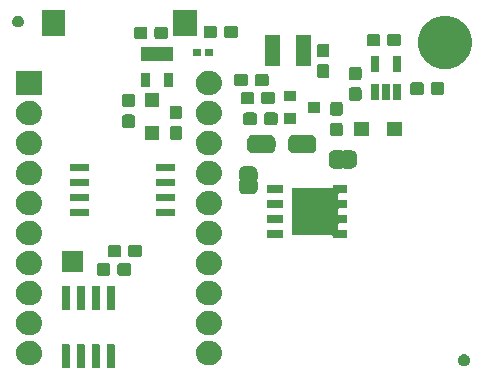
<source format=gbr>
G04 #@! TF.GenerationSoftware,KiCad,Pcbnew,(5.1.5)-3*
G04 #@! TF.CreationDate,2020-04-24T14:35:50-04:00*
G04 #@! TF.ProjectId,CR2025_Nordic,43523230-3235-45f4-9e6f-726469632e6b,rev?*
G04 #@! TF.SameCoordinates,Original*
G04 #@! TF.FileFunction,Soldermask,Top*
G04 #@! TF.FilePolarity,Negative*
%FSLAX46Y46*%
G04 Gerber Fmt 4.6, Leading zero omitted, Abs format (unit mm)*
G04 Created by KiCad (PCBNEW (5.1.5)-3) date 2020-04-24 14:35:50*
%MOMM*%
%LPD*%
G04 APERTURE LIST*
%ADD10C,0.100000*%
G04 APERTURE END LIST*
D10*
G36*
X133964928Y-101251764D02*
G01*
X133986009Y-101258160D01*
X134005445Y-101268548D01*
X134022476Y-101282524D01*
X134036452Y-101299555D01*
X134046840Y-101318991D01*
X134053236Y-101340072D01*
X134056000Y-101368140D01*
X134056000Y-103181860D01*
X134053236Y-103209928D01*
X134046840Y-103231009D01*
X134036452Y-103250445D01*
X134022476Y-103267476D01*
X134005445Y-103281452D01*
X133986009Y-103291840D01*
X133964928Y-103298236D01*
X133936860Y-103301000D01*
X133473140Y-103301000D01*
X133445072Y-103298236D01*
X133423991Y-103291840D01*
X133404555Y-103281452D01*
X133387524Y-103267476D01*
X133373548Y-103250445D01*
X133363160Y-103231009D01*
X133356764Y-103209928D01*
X133354000Y-103181860D01*
X133354000Y-101368140D01*
X133356764Y-101340072D01*
X133363160Y-101318991D01*
X133373548Y-101299555D01*
X133387524Y-101282524D01*
X133404555Y-101268548D01*
X133423991Y-101258160D01*
X133445072Y-101251764D01*
X133473140Y-101249000D01*
X133936860Y-101249000D01*
X133964928Y-101251764D01*
G37*
G36*
X131424928Y-101251764D02*
G01*
X131446009Y-101258160D01*
X131465445Y-101268548D01*
X131482476Y-101282524D01*
X131496452Y-101299555D01*
X131506840Y-101318991D01*
X131513236Y-101340072D01*
X131516000Y-101368140D01*
X131516000Y-103181860D01*
X131513236Y-103209928D01*
X131506840Y-103231009D01*
X131496452Y-103250445D01*
X131482476Y-103267476D01*
X131465445Y-103281452D01*
X131446009Y-103291840D01*
X131424928Y-103298236D01*
X131396860Y-103301000D01*
X130933140Y-103301000D01*
X130905072Y-103298236D01*
X130883991Y-103291840D01*
X130864555Y-103281452D01*
X130847524Y-103267476D01*
X130833548Y-103250445D01*
X130823160Y-103231009D01*
X130816764Y-103209928D01*
X130814000Y-103181860D01*
X130814000Y-101368140D01*
X130816764Y-101340072D01*
X130823160Y-101318991D01*
X130833548Y-101299555D01*
X130847524Y-101282524D01*
X130864555Y-101268548D01*
X130883991Y-101258160D01*
X130905072Y-101251764D01*
X130933140Y-101249000D01*
X131396860Y-101249000D01*
X131424928Y-101251764D01*
G37*
G36*
X130154928Y-101251764D02*
G01*
X130176009Y-101258160D01*
X130195445Y-101268548D01*
X130212476Y-101282524D01*
X130226452Y-101299555D01*
X130236840Y-101318991D01*
X130243236Y-101340072D01*
X130246000Y-101368140D01*
X130246000Y-103181860D01*
X130243236Y-103209928D01*
X130236840Y-103231009D01*
X130226452Y-103250445D01*
X130212476Y-103267476D01*
X130195445Y-103281452D01*
X130176009Y-103291840D01*
X130154928Y-103298236D01*
X130126860Y-103301000D01*
X129663140Y-103301000D01*
X129635072Y-103298236D01*
X129613991Y-103291840D01*
X129594555Y-103281452D01*
X129577524Y-103267476D01*
X129563548Y-103250445D01*
X129553160Y-103231009D01*
X129546764Y-103209928D01*
X129544000Y-103181860D01*
X129544000Y-101368140D01*
X129546764Y-101340072D01*
X129553160Y-101318991D01*
X129563548Y-101299555D01*
X129577524Y-101282524D01*
X129594555Y-101268548D01*
X129613991Y-101258160D01*
X129635072Y-101251764D01*
X129663140Y-101249000D01*
X130126860Y-101249000D01*
X130154928Y-101251764D01*
G37*
G36*
X132694928Y-101251764D02*
G01*
X132716009Y-101258160D01*
X132735445Y-101268548D01*
X132752476Y-101282524D01*
X132766452Y-101299555D01*
X132776840Y-101318991D01*
X132783236Y-101340072D01*
X132786000Y-101368140D01*
X132786000Y-103181860D01*
X132783236Y-103209928D01*
X132776840Y-103231009D01*
X132766452Y-103250445D01*
X132752476Y-103267476D01*
X132735445Y-103281452D01*
X132716009Y-103291840D01*
X132694928Y-103298236D01*
X132666860Y-103301000D01*
X132203140Y-103301000D01*
X132175072Y-103298236D01*
X132153991Y-103291840D01*
X132134555Y-103281452D01*
X132117524Y-103267476D01*
X132103548Y-103250445D01*
X132093160Y-103231009D01*
X132086764Y-103209928D01*
X132084000Y-103181860D01*
X132084000Y-101368140D01*
X132086764Y-101340072D01*
X132093160Y-101318991D01*
X132103548Y-101299555D01*
X132117524Y-101282524D01*
X132134555Y-101268548D01*
X132153991Y-101258160D01*
X132175072Y-101251764D01*
X132203140Y-101249000D01*
X132666860Y-101249000D01*
X132694928Y-101251764D01*
G37*
G36*
X163745843Y-102119214D02*
G01*
X163745846Y-102119215D01*
X163745845Y-102119215D01*
X163836839Y-102156906D01*
X163878063Y-102184451D01*
X163918730Y-102211624D01*
X163988376Y-102281270D01*
X164043095Y-102363163D01*
X164080786Y-102454157D01*
X164100000Y-102550753D01*
X164100000Y-102649247D01*
X164080786Y-102745843D01*
X164080785Y-102745845D01*
X164043094Y-102836839D01*
X163988375Y-102918731D01*
X163918731Y-102988375D01*
X163836839Y-103043094D01*
X163836838Y-103043095D01*
X163836837Y-103043095D01*
X163745843Y-103080786D01*
X163649247Y-103100000D01*
X163550753Y-103100000D01*
X163454157Y-103080786D01*
X163363163Y-103043095D01*
X163363162Y-103043095D01*
X163363161Y-103043094D01*
X163281269Y-102988375D01*
X163211625Y-102918731D01*
X163156906Y-102836839D01*
X163119215Y-102745845D01*
X163119214Y-102745843D01*
X163100000Y-102649247D01*
X163100000Y-102550753D01*
X163119214Y-102454157D01*
X163156905Y-102363163D01*
X163211624Y-102281270D01*
X163281270Y-102211624D01*
X163321937Y-102184451D01*
X163363161Y-102156906D01*
X163454155Y-102119215D01*
X163454154Y-102119215D01*
X163454157Y-102119214D01*
X163550753Y-102100000D01*
X163649247Y-102100000D01*
X163745843Y-102119214D01*
G37*
G36*
X127093028Y-101007183D02*
G01*
X127281722Y-101064423D01*
X127455615Y-101157371D01*
X127608039Y-101282461D01*
X127733129Y-101434885D01*
X127826077Y-101608778D01*
X127883317Y-101797472D01*
X127902643Y-101993700D01*
X127883317Y-102189928D01*
X127836732Y-102343496D01*
X127830767Y-102363163D01*
X127826077Y-102378622D01*
X127733129Y-102552515D01*
X127608039Y-102704939D01*
X127455615Y-102830029D01*
X127281722Y-102922977D01*
X127093028Y-102980217D01*
X126945975Y-102994700D01*
X126647625Y-102994700D01*
X126500572Y-102980217D01*
X126311878Y-102922977D01*
X126137985Y-102830029D01*
X125985561Y-102704939D01*
X125860471Y-102552515D01*
X125767523Y-102378622D01*
X125762834Y-102363163D01*
X125756868Y-102343496D01*
X125710283Y-102189928D01*
X125690957Y-101993700D01*
X125710283Y-101797472D01*
X125767523Y-101608778D01*
X125860471Y-101434885D01*
X125985561Y-101282461D01*
X126137985Y-101157371D01*
X126311878Y-101064423D01*
X126500572Y-101007183D01*
X126647625Y-100992700D01*
X126945975Y-100992700D01*
X127093028Y-101007183D01*
G37*
G36*
X142303028Y-101007183D02*
G01*
X142491722Y-101064423D01*
X142665615Y-101157371D01*
X142818039Y-101282461D01*
X142943129Y-101434885D01*
X143036077Y-101608778D01*
X143093317Y-101797472D01*
X143112643Y-101993700D01*
X143093317Y-102189928D01*
X143046732Y-102343496D01*
X143040767Y-102363163D01*
X143036077Y-102378622D01*
X142943129Y-102552515D01*
X142818039Y-102704939D01*
X142665615Y-102830029D01*
X142491722Y-102922977D01*
X142303028Y-102980217D01*
X142155975Y-102994700D01*
X141857625Y-102994700D01*
X141710572Y-102980217D01*
X141521878Y-102922977D01*
X141347985Y-102830029D01*
X141195561Y-102704939D01*
X141070471Y-102552515D01*
X140977523Y-102378622D01*
X140972834Y-102363163D01*
X140966868Y-102343496D01*
X140920283Y-102189928D01*
X140900957Y-101993700D01*
X140920283Y-101797472D01*
X140977523Y-101608778D01*
X141070471Y-101434885D01*
X141195561Y-101282461D01*
X141347985Y-101157371D01*
X141521878Y-101064423D01*
X141710572Y-101007183D01*
X141857625Y-100992700D01*
X142155975Y-100992700D01*
X142303028Y-101007183D01*
G37*
G36*
X127093028Y-98467183D02*
G01*
X127281722Y-98524423D01*
X127455615Y-98617371D01*
X127608039Y-98742461D01*
X127733129Y-98894885D01*
X127826077Y-99068778D01*
X127883317Y-99257472D01*
X127902643Y-99453700D01*
X127883317Y-99649928D01*
X127826077Y-99838622D01*
X127733129Y-100012515D01*
X127608039Y-100164939D01*
X127455615Y-100290029D01*
X127281722Y-100382977D01*
X127093028Y-100440217D01*
X126945975Y-100454700D01*
X126647625Y-100454700D01*
X126500572Y-100440217D01*
X126311878Y-100382977D01*
X126137985Y-100290029D01*
X125985561Y-100164939D01*
X125860471Y-100012515D01*
X125767523Y-99838622D01*
X125710283Y-99649928D01*
X125690957Y-99453700D01*
X125710283Y-99257472D01*
X125767523Y-99068778D01*
X125860471Y-98894885D01*
X125985561Y-98742461D01*
X126137985Y-98617371D01*
X126311878Y-98524423D01*
X126500572Y-98467183D01*
X126647625Y-98452700D01*
X126945975Y-98452700D01*
X127093028Y-98467183D01*
G37*
G36*
X142303028Y-98467183D02*
G01*
X142491722Y-98524423D01*
X142665615Y-98617371D01*
X142818039Y-98742461D01*
X142943129Y-98894885D01*
X143036077Y-99068778D01*
X143093317Y-99257472D01*
X143112643Y-99453700D01*
X143093317Y-99649928D01*
X143036077Y-99838622D01*
X142943129Y-100012515D01*
X142818039Y-100164939D01*
X142665615Y-100290029D01*
X142491722Y-100382977D01*
X142303028Y-100440217D01*
X142155975Y-100454700D01*
X141857625Y-100454700D01*
X141710572Y-100440217D01*
X141521878Y-100382977D01*
X141347985Y-100290029D01*
X141195561Y-100164939D01*
X141070471Y-100012515D01*
X140977523Y-99838622D01*
X140920283Y-99649928D01*
X140900957Y-99453700D01*
X140920283Y-99257472D01*
X140977523Y-99068778D01*
X141070471Y-98894885D01*
X141195561Y-98742461D01*
X141347985Y-98617371D01*
X141521878Y-98524423D01*
X141710572Y-98467183D01*
X141857625Y-98452700D01*
X142155975Y-98452700D01*
X142303028Y-98467183D01*
G37*
G36*
X130154928Y-96301764D02*
G01*
X130176009Y-96308160D01*
X130195445Y-96318548D01*
X130212476Y-96332524D01*
X130226452Y-96349555D01*
X130236840Y-96368991D01*
X130243236Y-96390072D01*
X130246000Y-96418140D01*
X130246000Y-98231860D01*
X130243236Y-98259928D01*
X130236840Y-98281009D01*
X130226452Y-98300445D01*
X130212476Y-98317476D01*
X130195445Y-98331452D01*
X130176009Y-98341840D01*
X130154928Y-98348236D01*
X130126860Y-98351000D01*
X129663140Y-98351000D01*
X129635072Y-98348236D01*
X129613991Y-98341840D01*
X129594555Y-98331452D01*
X129577524Y-98317476D01*
X129563548Y-98300445D01*
X129553160Y-98281009D01*
X129546764Y-98259928D01*
X129544000Y-98231860D01*
X129544000Y-96418140D01*
X129546764Y-96390072D01*
X129553160Y-96368991D01*
X129563548Y-96349555D01*
X129577524Y-96332524D01*
X129594555Y-96318548D01*
X129613991Y-96308160D01*
X129635072Y-96301764D01*
X129663140Y-96299000D01*
X130126860Y-96299000D01*
X130154928Y-96301764D01*
G37*
G36*
X131424928Y-96301764D02*
G01*
X131446009Y-96308160D01*
X131465445Y-96318548D01*
X131482476Y-96332524D01*
X131496452Y-96349555D01*
X131506840Y-96368991D01*
X131513236Y-96390072D01*
X131516000Y-96418140D01*
X131516000Y-98231860D01*
X131513236Y-98259928D01*
X131506840Y-98281009D01*
X131496452Y-98300445D01*
X131482476Y-98317476D01*
X131465445Y-98331452D01*
X131446009Y-98341840D01*
X131424928Y-98348236D01*
X131396860Y-98351000D01*
X130933140Y-98351000D01*
X130905072Y-98348236D01*
X130883991Y-98341840D01*
X130864555Y-98331452D01*
X130847524Y-98317476D01*
X130833548Y-98300445D01*
X130823160Y-98281009D01*
X130816764Y-98259928D01*
X130814000Y-98231860D01*
X130814000Y-96418140D01*
X130816764Y-96390072D01*
X130823160Y-96368991D01*
X130833548Y-96349555D01*
X130847524Y-96332524D01*
X130864555Y-96318548D01*
X130883991Y-96308160D01*
X130905072Y-96301764D01*
X130933140Y-96299000D01*
X131396860Y-96299000D01*
X131424928Y-96301764D01*
G37*
G36*
X132694928Y-96301764D02*
G01*
X132716009Y-96308160D01*
X132735445Y-96318548D01*
X132752476Y-96332524D01*
X132766452Y-96349555D01*
X132776840Y-96368991D01*
X132783236Y-96390072D01*
X132786000Y-96418140D01*
X132786000Y-98231860D01*
X132783236Y-98259928D01*
X132776840Y-98281009D01*
X132766452Y-98300445D01*
X132752476Y-98317476D01*
X132735445Y-98331452D01*
X132716009Y-98341840D01*
X132694928Y-98348236D01*
X132666860Y-98351000D01*
X132203140Y-98351000D01*
X132175072Y-98348236D01*
X132153991Y-98341840D01*
X132134555Y-98331452D01*
X132117524Y-98317476D01*
X132103548Y-98300445D01*
X132093160Y-98281009D01*
X132086764Y-98259928D01*
X132084000Y-98231860D01*
X132084000Y-96418140D01*
X132086764Y-96390072D01*
X132093160Y-96368991D01*
X132103548Y-96349555D01*
X132117524Y-96332524D01*
X132134555Y-96318548D01*
X132153991Y-96308160D01*
X132175072Y-96301764D01*
X132203140Y-96299000D01*
X132666860Y-96299000D01*
X132694928Y-96301764D01*
G37*
G36*
X133964928Y-96301764D02*
G01*
X133986009Y-96308160D01*
X134005445Y-96318548D01*
X134022476Y-96332524D01*
X134036452Y-96349555D01*
X134046840Y-96368991D01*
X134053236Y-96390072D01*
X134056000Y-96418140D01*
X134056000Y-98231860D01*
X134053236Y-98259928D01*
X134046840Y-98281009D01*
X134036452Y-98300445D01*
X134022476Y-98317476D01*
X134005445Y-98331452D01*
X133986009Y-98341840D01*
X133964928Y-98348236D01*
X133936860Y-98351000D01*
X133473140Y-98351000D01*
X133445072Y-98348236D01*
X133423991Y-98341840D01*
X133404555Y-98331452D01*
X133387524Y-98317476D01*
X133373548Y-98300445D01*
X133363160Y-98281009D01*
X133356764Y-98259928D01*
X133354000Y-98231860D01*
X133354000Y-96418140D01*
X133356764Y-96390072D01*
X133363160Y-96368991D01*
X133373548Y-96349555D01*
X133387524Y-96332524D01*
X133404555Y-96318548D01*
X133423991Y-96308160D01*
X133445072Y-96301764D01*
X133473140Y-96299000D01*
X133936860Y-96299000D01*
X133964928Y-96301764D01*
G37*
G36*
X142303028Y-95927183D02*
G01*
X142491722Y-95984423D01*
X142665615Y-96077371D01*
X142818039Y-96202461D01*
X142943129Y-96354885D01*
X143036077Y-96528778D01*
X143093317Y-96717472D01*
X143112643Y-96913700D01*
X143093317Y-97109928D01*
X143036077Y-97298622D01*
X142943129Y-97472515D01*
X142818039Y-97624939D01*
X142665615Y-97750029D01*
X142491722Y-97842977D01*
X142303028Y-97900217D01*
X142155975Y-97914700D01*
X141857625Y-97914700D01*
X141710572Y-97900217D01*
X141521878Y-97842977D01*
X141347985Y-97750029D01*
X141195561Y-97624939D01*
X141070471Y-97472515D01*
X140977523Y-97298622D01*
X140920283Y-97109928D01*
X140900957Y-96913700D01*
X140920283Y-96717472D01*
X140977523Y-96528778D01*
X141070471Y-96354885D01*
X141195561Y-96202461D01*
X141347985Y-96077371D01*
X141521878Y-95984423D01*
X141710572Y-95927183D01*
X141857625Y-95912700D01*
X142155975Y-95912700D01*
X142303028Y-95927183D01*
G37*
G36*
X127093028Y-95927183D02*
G01*
X127281722Y-95984423D01*
X127455615Y-96077371D01*
X127608039Y-96202461D01*
X127733129Y-96354885D01*
X127826077Y-96528778D01*
X127883317Y-96717472D01*
X127902643Y-96913700D01*
X127883317Y-97109928D01*
X127826077Y-97298622D01*
X127733129Y-97472515D01*
X127608039Y-97624939D01*
X127455615Y-97750029D01*
X127281722Y-97842977D01*
X127093028Y-97900217D01*
X126945975Y-97914700D01*
X126647625Y-97914700D01*
X126500572Y-97900217D01*
X126311878Y-97842977D01*
X126137985Y-97750029D01*
X125985561Y-97624939D01*
X125860471Y-97472515D01*
X125767523Y-97298622D01*
X125710283Y-97109928D01*
X125690957Y-96913700D01*
X125710283Y-96717472D01*
X125767523Y-96528778D01*
X125860471Y-96354885D01*
X125985561Y-96202461D01*
X126137985Y-96077371D01*
X126311878Y-95984423D01*
X126500572Y-95927183D01*
X126647625Y-95912700D01*
X126945975Y-95912700D01*
X127093028Y-95927183D01*
G37*
G36*
X133499099Y-94398245D02*
G01*
X133536595Y-94409620D01*
X133571154Y-94428092D01*
X133601447Y-94452953D01*
X133626308Y-94483246D01*
X133644780Y-94517805D01*
X133656155Y-94555301D01*
X133660600Y-94600438D01*
X133660600Y-95239162D01*
X133656155Y-95284299D01*
X133644780Y-95321795D01*
X133626308Y-95356354D01*
X133601447Y-95386647D01*
X133571154Y-95411508D01*
X133536595Y-95429980D01*
X133499099Y-95441355D01*
X133453962Y-95445800D01*
X132715238Y-95445800D01*
X132670101Y-95441355D01*
X132632605Y-95429980D01*
X132598046Y-95411508D01*
X132567753Y-95386647D01*
X132542892Y-95356354D01*
X132524420Y-95321795D01*
X132513045Y-95284299D01*
X132508600Y-95239162D01*
X132508600Y-94600438D01*
X132513045Y-94555301D01*
X132524420Y-94517805D01*
X132542892Y-94483246D01*
X132567753Y-94452953D01*
X132598046Y-94428092D01*
X132632605Y-94409620D01*
X132670101Y-94398245D01*
X132715238Y-94393800D01*
X133453962Y-94393800D01*
X133499099Y-94398245D01*
G37*
G36*
X135249099Y-94398245D02*
G01*
X135286595Y-94409620D01*
X135321154Y-94428092D01*
X135351447Y-94452953D01*
X135376308Y-94483246D01*
X135394780Y-94517805D01*
X135406155Y-94555301D01*
X135410600Y-94600438D01*
X135410600Y-95239162D01*
X135406155Y-95284299D01*
X135394780Y-95321795D01*
X135376308Y-95356354D01*
X135351447Y-95386647D01*
X135321154Y-95411508D01*
X135286595Y-95429980D01*
X135249099Y-95441355D01*
X135203962Y-95445800D01*
X134465238Y-95445800D01*
X134420101Y-95441355D01*
X134382605Y-95429980D01*
X134348046Y-95411508D01*
X134317753Y-95386647D01*
X134292892Y-95356354D01*
X134274420Y-95321795D01*
X134263045Y-95284299D01*
X134258600Y-95239162D01*
X134258600Y-94600438D01*
X134263045Y-94555301D01*
X134274420Y-94517805D01*
X134292892Y-94483246D01*
X134317753Y-94452953D01*
X134348046Y-94428092D01*
X134382605Y-94409620D01*
X134420101Y-94398245D01*
X134465238Y-94393800D01*
X135203962Y-94393800D01*
X135249099Y-94398245D01*
G37*
G36*
X127093028Y-93387183D02*
G01*
X127281722Y-93444423D01*
X127455615Y-93537371D01*
X127608039Y-93662461D01*
X127733129Y-93814885D01*
X127826077Y-93988778D01*
X127883317Y-94177472D01*
X127902643Y-94373700D01*
X127883317Y-94569928D01*
X127826077Y-94758622D01*
X127733129Y-94932515D01*
X127608039Y-95084939D01*
X127455615Y-95210029D01*
X127281722Y-95302977D01*
X127093028Y-95360217D01*
X126945975Y-95374700D01*
X126647625Y-95374700D01*
X126500572Y-95360217D01*
X126311878Y-95302977D01*
X126137985Y-95210029D01*
X125985561Y-95084939D01*
X125860471Y-94932515D01*
X125767523Y-94758622D01*
X125710283Y-94569928D01*
X125690957Y-94373700D01*
X125710283Y-94177472D01*
X125767523Y-93988778D01*
X125860471Y-93814885D01*
X125985561Y-93662461D01*
X126137985Y-93537371D01*
X126311878Y-93444423D01*
X126500572Y-93387183D01*
X126647625Y-93372700D01*
X126945975Y-93372700D01*
X127093028Y-93387183D01*
G37*
G36*
X142303028Y-93387183D02*
G01*
X142491722Y-93444423D01*
X142665615Y-93537371D01*
X142818039Y-93662461D01*
X142943129Y-93814885D01*
X143036077Y-93988778D01*
X143093317Y-94177472D01*
X143112643Y-94373700D01*
X143093317Y-94569928D01*
X143036077Y-94758622D01*
X142943129Y-94932515D01*
X142818039Y-95084939D01*
X142665615Y-95210029D01*
X142491722Y-95302977D01*
X142303028Y-95360217D01*
X142155975Y-95374700D01*
X141857625Y-95374700D01*
X141710572Y-95360217D01*
X141521878Y-95302977D01*
X141347985Y-95210029D01*
X141195561Y-95084939D01*
X141070471Y-94932515D01*
X140977523Y-94758622D01*
X140920283Y-94569928D01*
X140900957Y-94373700D01*
X140920283Y-94177472D01*
X140977523Y-93988778D01*
X141070471Y-93814885D01*
X141195561Y-93662461D01*
X141347985Y-93537371D01*
X141521878Y-93444423D01*
X141710572Y-93387183D01*
X141857625Y-93372700D01*
X142155975Y-93372700D01*
X142303028Y-93387183D01*
G37*
G36*
X131355400Y-95147700D02*
G01*
X129553400Y-95147700D01*
X129553400Y-93345700D01*
X131355400Y-93345700D01*
X131355400Y-95147700D01*
G37*
G36*
X134413499Y-92848845D02*
G01*
X134450995Y-92860220D01*
X134485554Y-92878692D01*
X134515847Y-92903553D01*
X134540708Y-92933846D01*
X134559180Y-92968405D01*
X134570555Y-93005901D01*
X134575000Y-93051038D01*
X134575000Y-93689762D01*
X134570555Y-93734899D01*
X134559180Y-93772395D01*
X134540708Y-93806954D01*
X134515847Y-93837247D01*
X134485554Y-93862108D01*
X134450995Y-93880580D01*
X134413499Y-93891955D01*
X134368362Y-93896400D01*
X133629638Y-93896400D01*
X133584501Y-93891955D01*
X133547005Y-93880580D01*
X133512446Y-93862108D01*
X133482153Y-93837247D01*
X133457292Y-93806954D01*
X133438820Y-93772395D01*
X133427445Y-93734899D01*
X133423000Y-93689762D01*
X133423000Y-93051038D01*
X133427445Y-93005901D01*
X133438820Y-92968405D01*
X133457292Y-92933846D01*
X133482153Y-92903553D01*
X133512446Y-92878692D01*
X133547005Y-92860220D01*
X133584501Y-92848845D01*
X133629638Y-92844400D01*
X134368362Y-92844400D01*
X134413499Y-92848845D01*
G37*
G36*
X136163499Y-92848845D02*
G01*
X136200995Y-92860220D01*
X136235554Y-92878692D01*
X136265847Y-92903553D01*
X136290708Y-92933846D01*
X136309180Y-92968405D01*
X136320555Y-93005901D01*
X136325000Y-93051038D01*
X136325000Y-93689762D01*
X136320555Y-93734899D01*
X136309180Y-93772395D01*
X136290708Y-93806954D01*
X136265847Y-93837247D01*
X136235554Y-93862108D01*
X136200995Y-93880580D01*
X136163499Y-93891955D01*
X136118362Y-93896400D01*
X135379638Y-93896400D01*
X135334501Y-93891955D01*
X135297005Y-93880580D01*
X135262446Y-93862108D01*
X135232153Y-93837247D01*
X135207292Y-93806954D01*
X135188820Y-93772395D01*
X135177445Y-93734899D01*
X135173000Y-93689762D01*
X135173000Y-93051038D01*
X135177445Y-93005901D01*
X135188820Y-92968405D01*
X135207292Y-92933846D01*
X135232153Y-92903553D01*
X135262446Y-92878692D01*
X135297005Y-92860220D01*
X135334501Y-92848845D01*
X135379638Y-92844400D01*
X136118362Y-92844400D01*
X136163499Y-92848845D01*
G37*
G36*
X127093028Y-90847183D02*
G01*
X127281722Y-90904423D01*
X127455615Y-90997371D01*
X127608039Y-91122461D01*
X127733129Y-91274885D01*
X127826077Y-91448778D01*
X127883317Y-91637472D01*
X127902643Y-91833700D01*
X127883317Y-92029928D01*
X127826077Y-92218622D01*
X127733129Y-92392515D01*
X127608039Y-92544939D01*
X127455615Y-92670029D01*
X127281722Y-92762977D01*
X127093028Y-92820217D01*
X126945975Y-92834700D01*
X126647625Y-92834700D01*
X126500572Y-92820217D01*
X126311878Y-92762977D01*
X126137985Y-92670029D01*
X125985561Y-92544939D01*
X125860471Y-92392515D01*
X125767523Y-92218622D01*
X125710283Y-92029928D01*
X125690957Y-91833700D01*
X125710283Y-91637472D01*
X125767523Y-91448778D01*
X125860471Y-91274885D01*
X125985561Y-91122461D01*
X126137985Y-90997371D01*
X126311878Y-90904423D01*
X126500572Y-90847183D01*
X126647625Y-90832700D01*
X126945975Y-90832700D01*
X127093028Y-90847183D01*
G37*
G36*
X142303028Y-90847183D02*
G01*
X142491722Y-90904423D01*
X142665615Y-90997371D01*
X142818039Y-91122461D01*
X142943129Y-91274885D01*
X143036077Y-91448778D01*
X143093317Y-91637472D01*
X143112643Y-91833700D01*
X143093317Y-92029928D01*
X143036077Y-92218622D01*
X142943129Y-92392515D01*
X142818039Y-92544939D01*
X142665615Y-92670029D01*
X142491722Y-92762977D01*
X142303028Y-92820217D01*
X142155975Y-92834700D01*
X141857625Y-92834700D01*
X141710572Y-92820217D01*
X141521878Y-92762977D01*
X141347985Y-92670029D01*
X141195561Y-92544939D01*
X141070471Y-92392515D01*
X140977523Y-92218622D01*
X140920283Y-92029928D01*
X140900957Y-91833700D01*
X140920283Y-91637472D01*
X140977523Y-91448778D01*
X141070471Y-91274885D01*
X141195561Y-91122461D01*
X141347985Y-90997371D01*
X141521878Y-90904423D01*
X141710572Y-90847183D01*
X141857625Y-90832700D01*
X142155975Y-90832700D01*
X142303028Y-90847183D01*
G37*
G36*
X148320500Y-92291300D02*
G01*
X146948500Y-92291300D01*
X146948500Y-91579300D01*
X148320500Y-91579300D01*
X148320500Y-92291300D01*
G37*
G36*
X153660500Y-88481300D02*
G01*
X153075499Y-88481300D01*
X153051113Y-88483702D01*
X153027664Y-88490815D01*
X153006053Y-88502366D01*
X152987111Y-88517911D01*
X152971566Y-88536853D01*
X152960015Y-88558464D01*
X152952902Y-88581913D01*
X152950500Y-88606299D01*
X152950500Y-88914301D01*
X152952902Y-88938687D01*
X152960015Y-88962136D01*
X152971566Y-88983747D01*
X152987111Y-89002689D01*
X153006053Y-89018234D01*
X153027664Y-89029785D01*
X153051113Y-89036898D01*
X153075499Y-89039300D01*
X153660500Y-89039300D01*
X153660500Y-89751300D01*
X153075499Y-89751300D01*
X153051113Y-89753702D01*
X153027664Y-89760815D01*
X153006053Y-89772366D01*
X152987111Y-89787911D01*
X152971566Y-89806853D01*
X152960015Y-89828464D01*
X152952902Y-89851913D01*
X152950500Y-89876299D01*
X152950500Y-90184301D01*
X152952902Y-90208687D01*
X152960015Y-90232136D01*
X152971566Y-90253747D01*
X152987111Y-90272689D01*
X153006053Y-90288234D01*
X153027664Y-90299785D01*
X153051113Y-90306898D01*
X153075499Y-90309300D01*
X153660500Y-90309300D01*
X153660500Y-91021300D01*
X153075499Y-91021300D01*
X153051113Y-91023702D01*
X153027664Y-91030815D01*
X153006053Y-91042366D01*
X152987111Y-91057911D01*
X152971566Y-91076853D01*
X152960015Y-91098464D01*
X152952902Y-91121913D01*
X152950500Y-91146299D01*
X152950500Y-91454301D01*
X152952902Y-91478687D01*
X152960015Y-91502136D01*
X152971566Y-91523747D01*
X152987111Y-91542689D01*
X153006053Y-91558234D01*
X153027664Y-91569785D01*
X153051113Y-91576898D01*
X153075499Y-91579300D01*
X153660500Y-91579300D01*
X153660500Y-92291300D01*
X152538500Y-92291300D01*
X152538500Y-92161299D01*
X152536098Y-92136913D01*
X152528985Y-92113464D01*
X152517434Y-92091853D01*
X152501889Y-92072911D01*
X152482947Y-92057366D01*
X152461336Y-92045815D01*
X152437887Y-92038702D01*
X152413501Y-92036300D01*
X149038500Y-92036300D01*
X149038500Y-88024300D01*
X152413501Y-88024300D01*
X152437887Y-88021898D01*
X152461336Y-88014785D01*
X152482947Y-88003234D01*
X152501889Y-87987689D01*
X152517434Y-87968747D01*
X152528985Y-87947136D01*
X152536098Y-87923687D01*
X152538500Y-87899301D01*
X152538500Y-87769300D01*
X153660500Y-87769300D01*
X153660500Y-88481300D01*
G37*
G36*
X148320500Y-91021300D02*
G01*
X146948500Y-91021300D01*
X146948500Y-90309300D01*
X148320500Y-90309300D01*
X148320500Y-91021300D01*
G37*
G36*
X131868100Y-90435400D02*
G01*
X130242100Y-90435400D01*
X130242100Y-89774600D01*
X131868100Y-89774600D01*
X131868100Y-90435400D01*
G37*
G36*
X139157900Y-90435400D02*
G01*
X137531900Y-90435400D01*
X137531900Y-89774600D01*
X139157900Y-89774600D01*
X139157900Y-90435400D01*
G37*
G36*
X142303028Y-88307183D02*
G01*
X142456596Y-88353768D01*
X142473740Y-88358968D01*
X142491722Y-88364423D01*
X142665615Y-88457371D01*
X142818039Y-88582461D01*
X142943129Y-88734885D01*
X143036077Y-88908778D01*
X143093317Y-89097472D01*
X143112643Y-89293700D01*
X143093317Y-89489928D01*
X143036077Y-89678622D01*
X142943129Y-89852515D01*
X142818039Y-90004939D01*
X142665615Y-90130029D01*
X142491722Y-90222977D01*
X142303028Y-90280217D01*
X142155975Y-90294700D01*
X141857625Y-90294700D01*
X141710572Y-90280217D01*
X141521878Y-90222977D01*
X141347985Y-90130029D01*
X141195561Y-90004939D01*
X141070471Y-89852515D01*
X140977523Y-89678622D01*
X140920283Y-89489928D01*
X140900957Y-89293700D01*
X140920283Y-89097472D01*
X140977523Y-88908778D01*
X141070471Y-88734885D01*
X141195561Y-88582461D01*
X141347985Y-88457371D01*
X141521878Y-88364423D01*
X141539861Y-88358968D01*
X141557004Y-88353768D01*
X141710572Y-88307183D01*
X141857625Y-88292700D01*
X142155975Y-88292700D01*
X142303028Y-88307183D01*
G37*
G36*
X127093028Y-88307183D02*
G01*
X127246596Y-88353768D01*
X127263740Y-88358968D01*
X127281722Y-88364423D01*
X127455615Y-88457371D01*
X127608039Y-88582461D01*
X127733129Y-88734885D01*
X127826077Y-88908778D01*
X127883317Y-89097472D01*
X127902643Y-89293700D01*
X127883317Y-89489928D01*
X127826077Y-89678622D01*
X127733129Y-89852515D01*
X127608039Y-90004939D01*
X127455615Y-90130029D01*
X127281722Y-90222977D01*
X127093028Y-90280217D01*
X126945975Y-90294700D01*
X126647625Y-90294700D01*
X126500572Y-90280217D01*
X126311878Y-90222977D01*
X126137985Y-90130029D01*
X125985561Y-90004939D01*
X125860471Y-89852515D01*
X125767523Y-89678622D01*
X125710283Y-89489928D01*
X125690957Y-89293700D01*
X125710283Y-89097472D01*
X125767523Y-88908778D01*
X125860471Y-88734885D01*
X125985561Y-88582461D01*
X126137985Y-88457371D01*
X126311878Y-88364423D01*
X126329861Y-88358968D01*
X126347004Y-88353768D01*
X126500572Y-88307183D01*
X126647625Y-88292700D01*
X126945975Y-88292700D01*
X127093028Y-88307183D01*
G37*
G36*
X148320500Y-89751300D02*
G01*
X146948500Y-89751300D01*
X146948500Y-89039300D01*
X148320500Y-89039300D01*
X148320500Y-89751300D01*
G37*
G36*
X131868100Y-89165400D02*
G01*
X130242100Y-89165400D01*
X130242100Y-88504600D01*
X131868100Y-88504600D01*
X131868100Y-89165400D01*
G37*
G36*
X139157900Y-89165400D02*
G01*
X137531900Y-89165400D01*
X137531900Y-88504600D01*
X139157900Y-88504600D01*
X139157900Y-89165400D01*
G37*
G36*
X145600999Y-86163254D02*
G01*
X145613250Y-86163856D01*
X145631669Y-86163856D01*
X145653949Y-86166050D01*
X145738033Y-86182776D01*
X145759460Y-86189276D01*
X145838658Y-86222080D01*
X145844103Y-86224991D01*
X145844109Y-86224993D01*
X145852969Y-86229729D01*
X145852973Y-86229732D01*
X145858414Y-86232640D01*
X145929699Y-86280271D01*
X145947004Y-86294472D01*
X146007628Y-86355096D01*
X146021829Y-86372401D01*
X146069460Y-86443686D01*
X146072368Y-86449127D01*
X146072371Y-86449131D01*
X146077107Y-86457991D01*
X146077109Y-86457997D01*
X146080020Y-86463442D01*
X146112824Y-86542640D01*
X146119324Y-86564067D01*
X146136050Y-86648151D01*
X146138244Y-86670431D01*
X146138244Y-86688850D01*
X146138846Y-86701101D01*
X146140652Y-86719439D01*
X146140652Y-87207160D01*
X146139063Y-87223299D01*
X146136148Y-87232908D01*
X146131410Y-87241772D01*
X146125037Y-87249537D01*
X146112594Y-87259748D01*
X146102225Y-87266678D01*
X146084898Y-87284005D01*
X146071285Y-87304380D01*
X146061909Y-87327020D01*
X146057129Y-87351053D01*
X146057130Y-87375557D01*
X146061912Y-87399590D01*
X146071290Y-87422229D01*
X146084905Y-87442602D01*
X146102232Y-87459929D01*
X146112602Y-87466858D01*
X146125037Y-87477063D01*
X146131410Y-87484828D01*
X146136148Y-87493692D01*
X146139063Y-87503301D01*
X146140652Y-87519440D01*
X146140652Y-88007162D01*
X146138846Y-88025499D01*
X146138244Y-88037750D01*
X146138244Y-88056169D01*
X146136050Y-88078449D01*
X146119324Y-88162533D01*
X146112824Y-88183960D01*
X146080020Y-88263158D01*
X146077109Y-88268603D01*
X146077107Y-88268609D01*
X146072371Y-88277469D01*
X146072368Y-88277473D01*
X146069460Y-88282914D01*
X146021829Y-88354199D01*
X146007628Y-88371504D01*
X145947004Y-88432128D01*
X145929699Y-88446329D01*
X145858414Y-88493960D01*
X145852973Y-88496868D01*
X145852969Y-88496871D01*
X145844109Y-88501607D01*
X145844103Y-88501609D01*
X145838658Y-88504520D01*
X145759460Y-88537324D01*
X145738033Y-88543824D01*
X145653949Y-88560550D01*
X145631669Y-88562744D01*
X145613250Y-88562744D01*
X145600999Y-88563346D01*
X145582662Y-88565152D01*
X145094938Y-88565152D01*
X145076601Y-88563346D01*
X145064350Y-88562744D01*
X145045931Y-88562744D01*
X145023651Y-88560550D01*
X144939567Y-88543824D01*
X144918140Y-88537324D01*
X144838942Y-88504520D01*
X144833497Y-88501609D01*
X144833491Y-88501607D01*
X144824631Y-88496871D01*
X144824627Y-88496868D01*
X144819186Y-88493960D01*
X144747901Y-88446329D01*
X144730596Y-88432128D01*
X144669972Y-88371504D01*
X144655771Y-88354199D01*
X144608140Y-88282914D01*
X144605232Y-88277473D01*
X144605229Y-88277469D01*
X144600493Y-88268609D01*
X144600491Y-88268603D01*
X144597580Y-88263158D01*
X144564776Y-88183960D01*
X144558276Y-88162533D01*
X144541550Y-88078449D01*
X144539356Y-88056169D01*
X144539356Y-88037750D01*
X144538754Y-88025499D01*
X144536948Y-88007162D01*
X144536948Y-87519440D01*
X144538537Y-87503301D01*
X144541452Y-87493692D01*
X144546190Y-87484828D01*
X144552563Y-87477063D01*
X144565006Y-87466852D01*
X144575375Y-87459922D01*
X144592702Y-87442595D01*
X144606315Y-87422220D01*
X144615691Y-87399580D01*
X144620471Y-87375547D01*
X144620470Y-87351043D01*
X144615688Y-87327010D01*
X144606310Y-87304371D01*
X144592695Y-87283998D01*
X144575368Y-87266671D01*
X144564998Y-87259742D01*
X144552563Y-87249537D01*
X144546190Y-87241772D01*
X144541452Y-87232908D01*
X144538537Y-87223299D01*
X144536948Y-87207160D01*
X144536948Y-86719439D01*
X144538754Y-86701101D01*
X144539356Y-86688850D01*
X144539356Y-86670431D01*
X144541550Y-86648151D01*
X144558276Y-86564067D01*
X144564776Y-86542640D01*
X144597580Y-86463442D01*
X144600491Y-86457997D01*
X144600493Y-86457991D01*
X144605229Y-86449131D01*
X144605232Y-86449127D01*
X144608140Y-86443686D01*
X144655771Y-86372401D01*
X144669972Y-86355096D01*
X144730596Y-86294472D01*
X144747901Y-86280271D01*
X144819186Y-86232640D01*
X144824627Y-86229732D01*
X144824631Y-86229729D01*
X144833491Y-86224993D01*
X144833497Y-86224991D01*
X144838942Y-86222080D01*
X144918140Y-86189276D01*
X144939567Y-86182776D01*
X145023651Y-86166050D01*
X145045931Y-86163856D01*
X145064350Y-86163856D01*
X145076601Y-86163254D01*
X145094939Y-86161448D01*
X145582661Y-86161448D01*
X145600999Y-86163254D01*
G37*
G36*
X148320500Y-88481300D02*
G01*
X146948500Y-88481300D01*
X146948500Y-87769300D01*
X148320500Y-87769300D01*
X148320500Y-88481300D01*
G37*
G36*
X139157900Y-87895400D02*
G01*
X137531900Y-87895400D01*
X137531900Y-87234600D01*
X139157900Y-87234600D01*
X139157900Y-87895400D01*
G37*
G36*
X131868100Y-87895400D02*
G01*
X130242100Y-87895400D01*
X130242100Y-87234600D01*
X131868100Y-87234600D01*
X131868100Y-87895400D01*
G37*
G36*
X127093028Y-85767183D02*
G01*
X127281722Y-85824423D01*
X127455615Y-85917371D01*
X127608039Y-86042461D01*
X127733129Y-86194885D01*
X127826077Y-86368778D01*
X127826078Y-86368781D01*
X127832700Y-86390610D01*
X127883317Y-86557472D01*
X127902643Y-86753700D01*
X127883317Y-86949928D01*
X127826077Y-87138622D01*
X127733129Y-87312515D01*
X127608039Y-87464939D01*
X127455615Y-87590029D01*
X127281722Y-87682977D01*
X127093028Y-87740217D01*
X126945975Y-87754700D01*
X126647625Y-87754700D01*
X126500572Y-87740217D01*
X126311878Y-87682977D01*
X126137985Y-87590029D01*
X125985561Y-87464939D01*
X125860471Y-87312515D01*
X125767523Y-87138622D01*
X125710283Y-86949928D01*
X125690957Y-86753700D01*
X125710283Y-86557472D01*
X125760900Y-86390610D01*
X125767522Y-86368781D01*
X125767523Y-86368778D01*
X125860471Y-86194885D01*
X125985561Y-86042461D01*
X126137985Y-85917371D01*
X126311878Y-85824423D01*
X126500572Y-85767183D01*
X126647625Y-85752700D01*
X126945975Y-85752700D01*
X127093028Y-85767183D01*
G37*
G36*
X142303028Y-85767183D02*
G01*
X142491722Y-85824423D01*
X142665615Y-85917371D01*
X142818039Y-86042461D01*
X142943129Y-86194885D01*
X143036077Y-86368778D01*
X143036078Y-86368781D01*
X143042700Y-86390610D01*
X143093317Y-86557472D01*
X143112643Y-86753700D01*
X143093317Y-86949928D01*
X143036077Y-87138622D01*
X142943129Y-87312515D01*
X142818039Y-87464939D01*
X142665615Y-87590029D01*
X142491722Y-87682977D01*
X142303028Y-87740217D01*
X142155975Y-87754700D01*
X141857625Y-87754700D01*
X141710572Y-87740217D01*
X141521878Y-87682977D01*
X141347985Y-87590029D01*
X141195561Y-87464939D01*
X141070471Y-87312515D01*
X140977523Y-87138622D01*
X140920283Y-86949928D01*
X140900957Y-86753700D01*
X140920283Y-86557472D01*
X140970900Y-86390610D01*
X140977522Y-86368781D01*
X140977523Y-86368778D01*
X141070471Y-86194885D01*
X141195561Y-86042461D01*
X141347985Y-85917371D01*
X141521878Y-85824423D01*
X141710572Y-85767183D01*
X141857625Y-85752700D01*
X142155975Y-85752700D01*
X142303028Y-85767183D01*
G37*
G36*
X131868100Y-86625400D02*
G01*
X130242100Y-86625400D01*
X130242100Y-85964600D01*
X131868100Y-85964600D01*
X131868100Y-86625400D01*
G37*
G36*
X139157900Y-86625400D02*
G01*
X137531900Y-86625400D01*
X137531900Y-85964600D01*
X139157900Y-85964600D01*
X139157900Y-86625400D01*
G37*
G36*
X153199799Y-84797737D02*
G01*
X153209408Y-84800652D01*
X153218272Y-84805390D01*
X153226037Y-84811763D01*
X153236248Y-84824206D01*
X153243178Y-84834575D01*
X153260505Y-84851902D01*
X153280880Y-84865515D01*
X153303520Y-84874891D01*
X153327553Y-84879671D01*
X153352057Y-84879670D01*
X153376090Y-84874888D01*
X153398729Y-84865510D01*
X153419102Y-84851895D01*
X153436429Y-84834568D01*
X153443358Y-84824198D01*
X153453563Y-84811763D01*
X153461328Y-84805390D01*
X153470192Y-84800652D01*
X153479801Y-84797737D01*
X153495940Y-84796148D01*
X153983661Y-84796148D01*
X154001999Y-84797954D01*
X154014250Y-84798556D01*
X154032669Y-84798556D01*
X154054949Y-84800750D01*
X154139033Y-84817476D01*
X154160460Y-84823976D01*
X154239658Y-84856780D01*
X154245103Y-84859691D01*
X154245109Y-84859693D01*
X154253969Y-84864429D01*
X154253973Y-84864432D01*
X154259414Y-84867340D01*
X154330699Y-84914971D01*
X154348004Y-84929172D01*
X154408628Y-84989796D01*
X154422829Y-85007101D01*
X154470460Y-85078386D01*
X154473368Y-85083827D01*
X154473371Y-85083831D01*
X154478107Y-85092691D01*
X154478109Y-85092697D01*
X154481020Y-85098142D01*
X154513824Y-85177340D01*
X154520324Y-85198767D01*
X154537050Y-85282851D01*
X154539244Y-85305131D01*
X154539244Y-85323550D01*
X154539846Y-85335801D01*
X154541652Y-85354139D01*
X154541652Y-85841862D01*
X154539846Y-85860199D01*
X154539244Y-85872450D01*
X154539244Y-85890869D01*
X154537050Y-85913149D01*
X154520324Y-85997233D01*
X154513824Y-86018660D01*
X154481020Y-86097858D01*
X154478109Y-86103303D01*
X154478107Y-86103309D01*
X154473371Y-86112169D01*
X154473368Y-86112173D01*
X154470460Y-86117614D01*
X154422829Y-86188899D01*
X154408628Y-86206204D01*
X154348004Y-86266828D01*
X154330699Y-86281029D01*
X154259414Y-86328660D01*
X154253973Y-86331568D01*
X154253969Y-86331571D01*
X154245109Y-86336307D01*
X154245103Y-86336309D01*
X154239658Y-86339220D01*
X154160460Y-86372024D01*
X154139033Y-86378524D01*
X154054949Y-86395250D01*
X154032669Y-86397444D01*
X154014250Y-86397444D01*
X154001999Y-86398046D01*
X153983662Y-86399852D01*
X153495940Y-86399852D01*
X153479801Y-86398263D01*
X153470192Y-86395348D01*
X153461328Y-86390610D01*
X153453563Y-86384237D01*
X153443352Y-86371794D01*
X153436422Y-86361425D01*
X153419095Y-86344098D01*
X153398720Y-86330485D01*
X153376080Y-86321109D01*
X153352047Y-86316329D01*
X153327543Y-86316330D01*
X153303510Y-86321112D01*
X153280871Y-86330490D01*
X153260498Y-86344105D01*
X153243171Y-86361432D01*
X153236242Y-86371802D01*
X153226037Y-86384237D01*
X153218272Y-86390610D01*
X153209408Y-86395348D01*
X153199799Y-86398263D01*
X153183660Y-86399852D01*
X152695938Y-86399852D01*
X152677601Y-86398046D01*
X152665350Y-86397444D01*
X152646931Y-86397444D01*
X152624651Y-86395250D01*
X152540567Y-86378524D01*
X152519140Y-86372024D01*
X152439942Y-86339220D01*
X152434497Y-86336309D01*
X152434491Y-86336307D01*
X152425631Y-86331571D01*
X152425627Y-86331568D01*
X152420186Y-86328660D01*
X152348901Y-86281029D01*
X152331596Y-86266828D01*
X152270972Y-86206204D01*
X152256771Y-86188899D01*
X152209140Y-86117614D01*
X152206232Y-86112173D01*
X152206229Y-86112169D01*
X152201493Y-86103309D01*
X152201491Y-86103303D01*
X152198580Y-86097858D01*
X152165776Y-86018660D01*
X152159276Y-85997233D01*
X152142550Y-85913149D01*
X152140356Y-85890869D01*
X152140356Y-85872450D01*
X152139754Y-85860199D01*
X152137948Y-85841862D01*
X152137948Y-85354139D01*
X152139754Y-85335801D01*
X152140356Y-85323550D01*
X152140356Y-85305131D01*
X152142550Y-85282851D01*
X152159276Y-85198767D01*
X152165776Y-85177340D01*
X152198580Y-85098142D01*
X152201491Y-85092697D01*
X152201493Y-85092691D01*
X152206229Y-85083831D01*
X152206232Y-85083827D01*
X152209140Y-85078386D01*
X152256771Y-85007101D01*
X152270972Y-84989796D01*
X152331596Y-84929172D01*
X152348901Y-84914971D01*
X152420186Y-84867340D01*
X152425627Y-84864432D01*
X152425631Y-84864429D01*
X152434491Y-84859693D01*
X152434497Y-84859691D01*
X152439942Y-84856780D01*
X152519140Y-84823976D01*
X152540567Y-84817476D01*
X152624651Y-84800750D01*
X152646931Y-84798556D01*
X152665350Y-84798556D01*
X152677601Y-84797954D01*
X152695939Y-84796148D01*
X153183660Y-84796148D01*
X153199799Y-84797737D01*
G37*
G36*
X127093028Y-83227183D02*
G01*
X127281722Y-83284423D01*
X127455615Y-83377371D01*
X127608039Y-83502461D01*
X127733129Y-83654885D01*
X127826077Y-83828778D01*
X127883317Y-84017472D01*
X127902643Y-84213700D01*
X127883317Y-84409928D01*
X127883316Y-84409930D01*
X127827034Y-84595469D01*
X127826077Y-84598622D01*
X127733129Y-84772515D01*
X127608039Y-84924939D01*
X127455615Y-85050029D01*
X127281722Y-85142977D01*
X127093028Y-85200217D01*
X126945975Y-85214700D01*
X126647625Y-85214700D01*
X126500572Y-85200217D01*
X126311878Y-85142977D01*
X126137985Y-85050029D01*
X125985561Y-84924939D01*
X125860471Y-84772515D01*
X125767523Y-84598622D01*
X125766567Y-84595469D01*
X125710284Y-84409930D01*
X125710283Y-84409928D01*
X125690957Y-84213700D01*
X125710283Y-84017472D01*
X125767523Y-83828778D01*
X125860471Y-83654885D01*
X125985561Y-83502461D01*
X126137985Y-83377371D01*
X126311878Y-83284423D01*
X126500572Y-83227183D01*
X126647625Y-83212700D01*
X126945975Y-83212700D01*
X127093028Y-83227183D01*
G37*
G36*
X142303028Y-83227183D02*
G01*
X142491722Y-83284423D01*
X142665615Y-83377371D01*
X142818039Y-83502461D01*
X142943129Y-83654885D01*
X143036077Y-83828778D01*
X143093317Y-84017472D01*
X143112643Y-84213700D01*
X143093317Y-84409928D01*
X143093316Y-84409930D01*
X143037034Y-84595469D01*
X143036077Y-84598622D01*
X142943129Y-84772515D01*
X142818039Y-84924939D01*
X142665615Y-85050029D01*
X142491722Y-85142977D01*
X142303028Y-85200217D01*
X142155975Y-85214700D01*
X141857625Y-85214700D01*
X141710572Y-85200217D01*
X141521878Y-85142977D01*
X141347985Y-85050029D01*
X141195561Y-84924939D01*
X141070471Y-84772515D01*
X140977523Y-84598622D01*
X140976567Y-84595469D01*
X140920284Y-84409930D01*
X140920283Y-84409928D01*
X140900957Y-84213700D01*
X140920283Y-84017472D01*
X140977523Y-83828778D01*
X141070471Y-83654885D01*
X141195561Y-83502461D01*
X141347985Y-83377371D01*
X141521878Y-83284423D01*
X141710572Y-83227183D01*
X141857625Y-83212700D01*
X142155975Y-83212700D01*
X142303028Y-83227183D01*
G37*
G36*
X146303699Y-83502337D02*
G01*
X146313308Y-83505252D01*
X146322172Y-83509990D01*
X146329937Y-83516363D01*
X146340148Y-83528806D01*
X146347078Y-83539175D01*
X146364405Y-83556502D01*
X146384780Y-83570115D01*
X146407420Y-83579491D01*
X146431453Y-83584271D01*
X146455957Y-83584270D01*
X146479990Y-83579488D01*
X146502629Y-83570110D01*
X146523002Y-83556495D01*
X146540329Y-83539168D01*
X146547258Y-83528798D01*
X146557463Y-83516363D01*
X146565228Y-83509990D01*
X146574092Y-83505252D01*
X146583701Y-83502337D01*
X146599840Y-83500748D01*
X147087561Y-83500748D01*
X147105899Y-83502554D01*
X147118150Y-83503156D01*
X147136569Y-83503156D01*
X147158849Y-83505350D01*
X147242933Y-83522076D01*
X147264360Y-83528576D01*
X147343558Y-83561380D01*
X147349003Y-83564291D01*
X147349009Y-83564293D01*
X147357869Y-83569029D01*
X147357873Y-83569032D01*
X147363314Y-83571940D01*
X147434599Y-83619571D01*
X147451904Y-83633772D01*
X147512528Y-83694396D01*
X147526729Y-83711701D01*
X147574360Y-83782986D01*
X147577268Y-83788427D01*
X147577271Y-83788431D01*
X147582007Y-83797291D01*
X147582009Y-83797297D01*
X147584920Y-83802742D01*
X147617724Y-83881940D01*
X147624224Y-83903367D01*
X147640950Y-83987451D01*
X147643144Y-84009731D01*
X147643144Y-84028150D01*
X147643746Y-84040401D01*
X147645552Y-84058739D01*
X147645552Y-84546462D01*
X147643746Y-84564799D01*
X147643144Y-84577050D01*
X147643144Y-84595469D01*
X147640950Y-84617749D01*
X147624224Y-84701833D01*
X147617724Y-84723260D01*
X147584920Y-84802458D01*
X147582009Y-84807903D01*
X147582007Y-84807909D01*
X147577271Y-84816769D01*
X147577268Y-84816773D01*
X147574360Y-84822214D01*
X147526729Y-84893499D01*
X147512528Y-84910804D01*
X147451904Y-84971428D01*
X147434599Y-84985629D01*
X147363314Y-85033260D01*
X147357873Y-85036168D01*
X147357869Y-85036171D01*
X147349009Y-85040907D01*
X147349003Y-85040909D01*
X147343558Y-85043820D01*
X147264360Y-85076624D01*
X147242933Y-85083124D01*
X147158849Y-85099850D01*
X147136569Y-85102044D01*
X147118150Y-85102044D01*
X147105899Y-85102646D01*
X147087562Y-85104452D01*
X146599840Y-85104452D01*
X146583701Y-85102863D01*
X146574092Y-85099948D01*
X146565228Y-85095210D01*
X146557463Y-85088837D01*
X146547252Y-85076394D01*
X146540322Y-85066025D01*
X146522995Y-85048698D01*
X146502620Y-85035085D01*
X146479980Y-85025709D01*
X146455947Y-85020929D01*
X146431443Y-85020930D01*
X146407410Y-85025712D01*
X146384771Y-85035090D01*
X146364398Y-85048705D01*
X146347071Y-85066032D01*
X146340142Y-85076402D01*
X146329937Y-85088837D01*
X146322172Y-85095210D01*
X146313308Y-85099948D01*
X146303699Y-85102863D01*
X146287560Y-85104452D01*
X145799838Y-85104452D01*
X145781501Y-85102646D01*
X145769250Y-85102044D01*
X145750831Y-85102044D01*
X145728551Y-85099850D01*
X145644467Y-85083124D01*
X145623040Y-85076624D01*
X145543842Y-85043820D01*
X145538397Y-85040909D01*
X145538391Y-85040907D01*
X145529531Y-85036171D01*
X145529527Y-85036168D01*
X145524086Y-85033260D01*
X145452801Y-84985629D01*
X145435496Y-84971428D01*
X145374872Y-84910804D01*
X145360671Y-84893499D01*
X145313040Y-84822214D01*
X145310132Y-84816773D01*
X145310129Y-84816769D01*
X145305393Y-84807909D01*
X145305391Y-84807903D01*
X145302480Y-84802458D01*
X145269676Y-84723260D01*
X145263176Y-84701833D01*
X145246450Y-84617749D01*
X145244256Y-84595469D01*
X145244256Y-84577050D01*
X145243654Y-84564799D01*
X145241848Y-84546462D01*
X145241848Y-84058739D01*
X145243654Y-84040401D01*
X145244256Y-84028150D01*
X145244256Y-84009731D01*
X145246450Y-83987451D01*
X145263176Y-83903367D01*
X145269676Y-83881940D01*
X145302480Y-83802742D01*
X145305391Y-83797297D01*
X145305393Y-83797291D01*
X145310129Y-83788431D01*
X145310132Y-83788427D01*
X145313040Y-83782986D01*
X145360671Y-83711701D01*
X145374872Y-83694396D01*
X145435496Y-83633772D01*
X145452801Y-83619571D01*
X145524086Y-83571940D01*
X145529527Y-83569032D01*
X145529531Y-83569029D01*
X145538391Y-83564293D01*
X145538397Y-83564291D01*
X145543842Y-83561380D01*
X145623040Y-83528576D01*
X145644467Y-83522076D01*
X145728551Y-83505350D01*
X145750831Y-83503156D01*
X145769250Y-83503156D01*
X145781501Y-83502554D01*
X145799839Y-83500748D01*
X146287560Y-83500748D01*
X146303699Y-83502337D01*
G37*
G36*
X149770799Y-83502337D02*
G01*
X149780408Y-83505252D01*
X149789272Y-83509990D01*
X149797037Y-83516363D01*
X149807248Y-83528806D01*
X149814178Y-83539175D01*
X149831505Y-83556502D01*
X149851880Y-83570115D01*
X149874520Y-83579491D01*
X149898553Y-83584271D01*
X149923057Y-83584270D01*
X149947090Y-83579488D01*
X149969729Y-83570110D01*
X149990102Y-83556495D01*
X150007429Y-83539168D01*
X150014358Y-83528798D01*
X150024563Y-83516363D01*
X150032328Y-83509990D01*
X150041192Y-83505252D01*
X150050801Y-83502337D01*
X150066940Y-83500748D01*
X150554661Y-83500748D01*
X150572999Y-83502554D01*
X150585250Y-83503156D01*
X150603669Y-83503156D01*
X150625949Y-83505350D01*
X150710033Y-83522076D01*
X150731460Y-83528576D01*
X150810658Y-83561380D01*
X150816103Y-83564291D01*
X150816109Y-83564293D01*
X150824969Y-83569029D01*
X150824973Y-83569032D01*
X150830414Y-83571940D01*
X150901699Y-83619571D01*
X150919004Y-83633772D01*
X150979628Y-83694396D01*
X150993829Y-83711701D01*
X151041460Y-83782986D01*
X151044368Y-83788427D01*
X151044371Y-83788431D01*
X151049107Y-83797291D01*
X151049109Y-83797297D01*
X151052020Y-83802742D01*
X151084824Y-83881940D01*
X151091324Y-83903367D01*
X151108050Y-83987451D01*
X151110244Y-84009731D01*
X151110244Y-84028150D01*
X151110846Y-84040401D01*
X151112652Y-84058739D01*
X151112652Y-84546462D01*
X151110846Y-84564799D01*
X151110244Y-84577050D01*
X151110244Y-84595469D01*
X151108050Y-84617749D01*
X151091324Y-84701833D01*
X151084824Y-84723260D01*
X151052020Y-84802458D01*
X151049109Y-84807903D01*
X151049107Y-84807909D01*
X151044371Y-84816769D01*
X151044368Y-84816773D01*
X151041460Y-84822214D01*
X150993829Y-84893499D01*
X150979628Y-84910804D01*
X150919004Y-84971428D01*
X150901699Y-84985629D01*
X150830414Y-85033260D01*
X150824973Y-85036168D01*
X150824969Y-85036171D01*
X150816109Y-85040907D01*
X150816103Y-85040909D01*
X150810658Y-85043820D01*
X150731460Y-85076624D01*
X150710033Y-85083124D01*
X150625949Y-85099850D01*
X150603669Y-85102044D01*
X150585250Y-85102044D01*
X150572999Y-85102646D01*
X150554662Y-85104452D01*
X150066940Y-85104452D01*
X150050801Y-85102863D01*
X150041192Y-85099948D01*
X150032328Y-85095210D01*
X150024563Y-85088837D01*
X150014352Y-85076394D01*
X150007422Y-85066025D01*
X149990095Y-85048698D01*
X149969720Y-85035085D01*
X149947080Y-85025709D01*
X149923047Y-85020929D01*
X149898543Y-85020930D01*
X149874510Y-85025712D01*
X149851871Y-85035090D01*
X149831498Y-85048705D01*
X149814171Y-85066032D01*
X149807242Y-85076402D01*
X149797037Y-85088837D01*
X149789272Y-85095210D01*
X149780408Y-85099948D01*
X149770799Y-85102863D01*
X149754660Y-85104452D01*
X149266938Y-85104452D01*
X149248601Y-85102646D01*
X149236350Y-85102044D01*
X149217931Y-85102044D01*
X149195651Y-85099850D01*
X149111567Y-85083124D01*
X149090140Y-85076624D01*
X149010942Y-85043820D01*
X149005497Y-85040909D01*
X149005491Y-85040907D01*
X148996631Y-85036171D01*
X148996627Y-85036168D01*
X148991186Y-85033260D01*
X148919901Y-84985629D01*
X148902596Y-84971428D01*
X148841972Y-84910804D01*
X148827771Y-84893499D01*
X148780140Y-84822214D01*
X148777232Y-84816773D01*
X148777229Y-84816769D01*
X148772493Y-84807909D01*
X148772491Y-84807903D01*
X148769580Y-84802458D01*
X148736776Y-84723260D01*
X148730276Y-84701833D01*
X148713550Y-84617749D01*
X148711356Y-84595469D01*
X148711356Y-84577050D01*
X148710754Y-84564799D01*
X148708948Y-84546462D01*
X148708948Y-84058739D01*
X148710754Y-84040401D01*
X148711356Y-84028150D01*
X148711356Y-84009731D01*
X148713550Y-83987451D01*
X148730276Y-83903367D01*
X148736776Y-83881940D01*
X148769580Y-83802742D01*
X148772491Y-83797297D01*
X148772493Y-83797291D01*
X148777229Y-83788431D01*
X148777232Y-83788427D01*
X148780140Y-83782986D01*
X148827771Y-83711701D01*
X148841972Y-83694396D01*
X148902596Y-83633772D01*
X148919901Y-83619571D01*
X148991186Y-83571940D01*
X148996627Y-83569032D01*
X148996631Y-83569029D01*
X149005491Y-83564293D01*
X149005497Y-83564291D01*
X149010942Y-83561380D01*
X149090140Y-83528576D01*
X149111567Y-83522076D01*
X149195651Y-83505350D01*
X149217931Y-83503156D01*
X149236350Y-83503156D01*
X149248601Y-83502554D01*
X149266939Y-83500748D01*
X149754660Y-83500748D01*
X149770799Y-83502337D01*
G37*
G36*
X137801000Y-84001000D02*
G01*
X136599000Y-84001000D01*
X136599000Y-82799000D01*
X137801000Y-82799000D01*
X137801000Y-84001000D01*
G37*
G36*
X139564499Y-82803445D02*
G01*
X139601995Y-82814820D01*
X139636554Y-82833292D01*
X139666847Y-82858153D01*
X139691708Y-82888446D01*
X139710180Y-82923005D01*
X139721555Y-82960501D01*
X139726000Y-83005638D01*
X139726000Y-83744362D01*
X139721555Y-83789499D01*
X139710180Y-83826995D01*
X139691708Y-83861554D01*
X139666847Y-83891847D01*
X139636554Y-83916708D01*
X139601995Y-83935180D01*
X139564499Y-83946555D01*
X139519362Y-83951000D01*
X138880638Y-83951000D01*
X138835501Y-83946555D01*
X138798005Y-83935180D01*
X138763446Y-83916708D01*
X138733153Y-83891847D01*
X138708292Y-83861554D01*
X138689820Y-83826995D01*
X138678445Y-83789499D01*
X138674000Y-83744362D01*
X138674000Y-83005638D01*
X138678445Y-82960501D01*
X138689820Y-82923005D01*
X138708292Y-82888446D01*
X138733153Y-82858153D01*
X138763446Y-82833292D01*
X138798005Y-82814820D01*
X138835501Y-82803445D01*
X138880638Y-82799000D01*
X139519362Y-82799000D01*
X139564499Y-82803445D01*
G37*
G36*
X153164499Y-82503445D02*
G01*
X153201995Y-82514820D01*
X153236554Y-82533292D01*
X153266847Y-82558153D01*
X153291708Y-82588446D01*
X153310180Y-82623005D01*
X153321555Y-82660501D01*
X153326000Y-82705638D01*
X153326000Y-83444362D01*
X153321555Y-83489499D01*
X153310180Y-83526995D01*
X153291708Y-83561554D01*
X153266847Y-83591847D01*
X153236554Y-83616708D01*
X153201995Y-83635180D01*
X153164499Y-83646555D01*
X153119362Y-83651000D01*
X152480638Y-83651000D01*
X152435501Y-83646555D01*
X152398005Y-83635180D01*
X152363446Y-83616708D01*
X152333153Y-83591847D01*
X152308292Y-83561554D01*
X152289820Y-83526995D01*
X152278445Y-83489499D01*
X152274000Y-83444362D01*
X152274000Y-82705638D01*
X152278445Y-82660501D01*
X152289820Y-82623005D01*
X152308292Y-82588446D01*
X152333153Y-82558153D01*
X152363446Y-82533292D01*
X152398005Y-82514820D01*
X152435501Y-82503445D01*
X152480638Y-82499000D01*
X153119362Y-82499000D01*
X153164499Y-82503445D01*
G37*
G36*
X158325300Y-83646300D02*
G01*
X157123300Y-83646300D01*
X157123300Y-82444300D01*
X158325300Y-82444300D01*
X158325300Y-83646300D01*
G37*
G36*
X155525300Y-83646300D02*
G01*
X154323300Y-83646300D01*
X154323300Y-82444300D01*
X155525300Y-82444300D01*
X155525300Y-83646300D01*
G37*
G36*
X135564499Y-81803445D02*
G01*
X135601995Y-81814820D01*
X135636554Y-81833292D01*
X135666847Y-81858153D01*
X135691708Y-81888446D01*
X135710180Y-81923005D01*
X135721555Y-81960501D01*
X135726000Y-82005638D01*
X135726000Y-82744362D01*
X135721555Y-82789499D01*
X135710180Y-82826995D01*
X135691708Y-82861554D01*
X135666847Y-82891847D01*
X135636554Y-82916708D01*
X135601995Y-82935180D01*
X135564499Y-82946555D01*
X135519362Y-82951000D01*
X134880638Y-82951000D01*
X134835501Y-82946555D01*
X134798005Y-82935180D01*
X134763446Y-82916708D01*
X134733153Y-82891847D01*
X134708292Y-82861554D01*
X134689820Y-82826995D01*
X134678445Y-82789499D01*
X134674000Y-82744362D01*
X134674000Y-82005638D01*
X134678445Y-81960501D01*
X134689820Y-81923005D01*
X134708292Y-81888446D01*
X134733153Y-81858153D01*
X134763446Y-81833292D01*
X134798005Y-81814820D01*
X134835501Y-81803445D01*
X134880638Y-81799000D01*
X135519362Y-81799000D01*
X135564499Y-81803445D01*
G37*
G36*
X145906999Y-81634745D02*
G01*
X145944495Y-81646120D01*
X145979054Y-81664592D01*
X146009347Y-81689453D01*
X146034208Y-81719746D01*
X146052680Y-81754305D01*
X146064055Y-81791801D01*
X146068500Y-81836938D01*
X146068500Y-82475662D01*
X146064055Y-82520799D01*
X146052680Y-82558295D01*
X146034208Y-82592854D01*
X146009347Y-82623147D01*
X145979054Y-82648008D01*
X145944495Y-82666480D01*
X145906999Y-82677855D01*
X145861862Y-82682300D01*
X145123138Y-82682300D01*
X145078001Y-82677855D01*
X145040505Y-82666480D01*
X145005946Y-82648008D01*
X144975653Y-82623147D01*
X144950792Y-82592854D01*
X144932320Y-82558295D01*
X144920945Y-82520799D01*
X144916500Y-82475662D01*
X144916500Y-81836938D01*
X144920945Y-81791801D01*
X144932320Y-81754305D01*
X144950792Y-81719746D01*
X144975653Y-81689453D01*
X145005946Y-81664592D01*
X145040505Y-81646120D01*
X145078001Y-81634745D01*
X145123138Y-81630300D01*
X145861862Y-81630300D01*
X145906999Y-81634745D01*
G37*
G36*
X147656999Y-81634745D02*
G01*
X147694495Y-81646120D01*
X147729054Y-81664592D01*
X147759347Y-81689453D01*
X147784208Y-81719746D01*
X147802680Y-81754305D01*
X147814055Y-81791801D01*
X147818500Y-81836938D01*
X147818500Y-82475662D01*
X147814055Y-82520799D01*
X147802680Y-82558295D01*
X147784208Y-82592854D01*
X147759347Y-82623147D01*
X147729054Y-82648008D01*
X147694495Y-82666480D01*
X147656999Y-82677855D01*
X147611862Y-82682300D01*
X146873138Y-82682300D01*
X146828001Y-82677855D01*
X146790505Y-82666480D01*
X146755946Y-82648008D01*
X146725653Y-82623147D01*
X146700792Y-82592854D01*
X146682320Y-82558295D01*
X146670945Y-82520799D01*
X146666500Y-82475662D01*
X146666500Y-81836938D01*
X146670945Y-81791801D01*
X146682320Y-81754305D01*
X146700792Y-81719746D01*
X146725653Y-81689453D01*
X146755946Y-81664592D01*
X146790505Y-81646120D01*
X146828001Y-81634745D01*
X146873138Y-81630300D01*
X147611862Y-81630300D01*
X147656999Y-81634745D01*
G37*
G36*
X142303028Y-80687183D02*
G01*
X142491722Y-80744423D01*
X142665615Y-80837371D01*
X142818039Y-80962461D01*
X142943129Y-81114885D01*
X143036077Y-81288778D01*
X143093317Y-81477472D01*
X143112643Y-81673700D01*
X143093317Y-81869928D01*
X143036077Y-82058622D01*
X142943129Y-82232515D01*
X142818039Y-82384939D01*
X142665615Y-82510029D01*
X142491722Y-82602977D01*
X142491719Y-82602978D01*
X142456596Y-82613632D01*
X142303028Y-82660217D01*
X142155975Y-82674700D01*
X141857625Y-82674700D01*
X141710572Y-82660217D01*
X141557004Y-82613632D01*
X141521881Y-82602978D01*
X141521878Y-82602977D01*
X141347985Y-82510029D01*
X141195561Y-82384939D01*
X141070471Y-82232515D01*
X140977523Y-82058622D01*
X140920283Y-81869928D01*
X140900957Y-81673700D01*
X140920283Y-81477472D01*
X140977523Y-81288778D01*
X141070471Y-81114885D01*
X141195561Y-80962461D01*
X141347985Y-80837371D01*
X141521878Y-80744423D01*
X141710572Y-80687183D01*
X141857625Y-80672700D01*
X142155975Y-80672700D01*
X142303028Y-80687183D01*
G37*
G36*
X127093028Y-80687183D02*
G01*
X127281722Y-80744423D01*
X127455615Y-80837371D01*
X127608039Y-80962461D01*
X127733129Y-81114885D01*
X127826077Y-81288778D01*
X127883317Y-81477472D01*
X127902643Y-81673700D01*
X127883317Y-81869928D01*
X127826077Y-82058622D01*
X127733129Y-82232515D01*
X127608039Y-82384939D01*
X127455615Y-82510029D01*
X127281722Y-82602977D01*
X127281719Y-82602978D01*
X127246596Y-82613632D01*
X127093028Y-82660217D01*
X126945975Y-82674700D01*
X126647625Y-82674700D01*
X126500572Y-82660217D01*
X126347004Y-82613632D01*
X126311881Y-82602978D01*
X126311878Y-82602977D01*
X126137985Y-82510029D01*
X125985561Y-82384939D01*
X125860471Y-82232515D01*
X125767523Y-82058622D01*
X125710283Y-81869928D01*
X125690957Y-81673700D01*
X125710283Y-81477472D01*
X125767523Y-81288778D01*
X125860471Y-81114885D01*
X125985561Y-80962461D01*
X126137985Y-80837371D01*
X126311878Y-80744423D01*
X126500572Y-80687183D01*
X126647625Y-80672700D01*
X126945975Y-80672700D01*
X127093028Y-80687183D01*
G37*
G36*
X149401000Y-82601000D02*
G01*
X148399000Y-82601000D01*
X148399000Y-81699000D01*
X149401000Y-81699000D01*
X149401000Y-82601000D01*
G37*
G36*
X139564499Y-81053445D02*
G01*
X139601995Y-81064820D01*
X139636554Y-81083292D01*
X139666847Y-81108153D01*
X139691708Y-81138446D01*
X139710180Y-81173005D01*
X139721555Y-81210501D01*
X139726000Y-81255638D01*
X139726000Y-81994362D01*
X139721555Y-82039499D01*
X139710180Y-82076995D01*
X139691708Y-82111554D01*
X139666847Y-82141847D01*
X139636554Y-82166708D01*
X139601995Y-82185180D01*
X139564499Y-82196555D01*
X139519362Y-82201000D01*
X138880638Y-82201000D01*
X138835501Y-82196555D01*
X138798005Y-82185180D01*
X138763446Y-82166708D01*
X138733153Y-82141847D01*
X138708292Y-82111554D01*
X138689820Y-82076995D01*
X138678445Y-82039499D01*
X138674000Y-81994362D01*
X138674000Y-81255638D01*
X138678445Y-81210501D01*
X138689820Y-81173005D01*
X138708292Y-81138446D01*
X138733153Y-81108153D01*
X138763446Y-81083292D01*
X138798005Y-81064820D01*
X138835501Y-81053445D01*
X138880638Y-81049000D01*
X139519362Y-81049000D01*
X139564499Y-81053445D01*
G37*
G36*
X153164499Y-80753445D02*
G01*
X153201995Y-80764820D01*
X153236554Y-80783292D01*
X153266847Y-80808153D01*
X153291708Y-80838446D01*
X153310180Y-80873005D01*
X153321555Y-80910501D01*
X153326000Y-80955638D01*
X153326000Y-81694362D01*
X153321555Y-81739499D01*
X153310180Y-81776995D01*
X153291708Y-81811554D01*
X153266847Y-81841847D01*
X153236554Y-81866708D01*
X153201995Y-81885180D01*
X153164499Y-81896555D01*
X153119362Y-81901000D01*
X152480638Y-81901000D01*
X152435501Y-81896555D01*
X152398005Y-81885180D01*
X152363446Y-81866708D01*
X152333153Y-81841847D01*
X152308292Y-81811554D01*
X152289820Y-81776995D01*
X152278445Y-81739499D01*
X152274000Y-81694362D01*
X152274000Y-80955638D01*
X152278445Y-80910501D01*
X152289820Y-80873005D01*
X152308292Y-80838446D01*
X152333153Y-80808153D01*
X152363446Y-80783292D01*
X152398005Y-80764820D01*
X152435501Y-80753445D01*
X152480638Y-80749000D01*
X153119362Y-80749000D01*
X153164499Y-80753445D01*
G37*
G36*
X151401000Y-81651000D02*
G01*
X150399000Y-81651000D01*
X150399000Y-80749000D01*
X151401000Y-80749000D01*
X151401000Y-81651000D01*
G37*
G36*
X137801000Y-81201000D02*
G01*
X136599000Y-81201000D01*
X136599000Y-79999000D01*
X137801000Y-79999000D01*
X137801000Y-81201000D01*
G37*
G36*
X135564499Y-80053445D02*
G01*
X135601995Y-80064820D01*
X135636554Y-80083292D01*
X135666847Y-80108153D01*
X135691708Y-80138446D01*
X135710180Y-80173005D01*
X135721555Y-80210501D01*
X135726000Y-80255638D01*
X135726000Y-80994362D01*
X135721555Y-81039499D01*
X135710180Y-81076995D01*
X135691708Y-81111554D01*
X135666847Y-81141847D01*
X135636554Y-81166708D01*
X135601995Y-81185180D01*
X135564499Y-81196555D01*
X135519362Y-81201000D01*
X134880638Y-81201000D01*
X134835501Y-81196555D01*
X134798005Y-81185180D01*
X134763446Y-81166708D01*
X134733153Y-81141847D01*
X134708292Y-81111554D01*
X134689820Y-81076995D01*
X134678445Y-81039499D01*
X134674000Y-80994362D01*
X134674000Y-80255638D01*
X134678445Y-80210501D01*
X134689820Y-80173005D01*
X134708292Y-80138446D01*
X134733153Y-80108153D01*
X134763446Y-80083292D01*
X134798005Y-80064820D01*
X134835501Y-80053445D01*
X134880638Y-80049000D01*
X135519362Y-80049000D01*
X135564499Y-80053445D01*
G37*
G36*
X145678399Y-79894845D02*
G01*
X145715895Y-79906220D01*
X145750454Y-79924692D01*
X145780747Y-79949553D01*
X145805608Y-79979846D01*
X145824080Y-80014405D01*
X145835455Y-80051901D01*
X145839900Y-80097038D01*
X145839900Y-80735762D01*
X145835455Y-80780899D01*
X145824080Y-80818395D01*
X145805608Y-80852954D01*
X145780747Y-80883247D01*
X145750454Y-80908108D01*
X145715895Y-80926580D01*
X145678399Y-80937955D01*
X145633262Y-80942400D01*
X144894538Y-80942400D01*
X144849401Y-80937955D01*
X144811905Y-80926580D01*
X144777346Y-80908108D01*
X144747053Y-80883247D01*
X144722192Y-80852954D01*
X144703720Y-80818395D01*
X144692345Y-80780899D01*
X144687900Y-80735762D01*
X144687900Y-80097038D01*
X144692345Y-80051901D01*
X144703720Y-80014405D01*
X144722192Y-79979846D01*
X144747053Y-79949553D01*
X144777346Y-79924692D01*
X144811905Y-79906220D01*
X144849401Y-79894845D01*
X144894538Y-79890400D01*
X145633262Y-79890400D01*
X145678399Y-79894845D01*
G37*
G36*
X147428399Y-79894845D02*
G01*
X147465895Y-79906220D01*
X147500454Y-79924692D01*
X147530747Y-79949553D01*
X147555608Y-79979846D01*
X147574080Y-80014405D01*
X147585455Y-80051901D01*
X147589900Y-80097038D01*
X147589900Y-80735762D01*
X147585455Y-80780899D01*
X147574080Y-80818395D01*
X147555608Y-80852954D01*
X147530747Y-80883247D01*
X147500454Y-80908108D01*
X147465895Y-80926580D01*
X147428399Y-80937955D01*
X147383262Y-80942400D01*
X146644538Y-80942400D01*
X146599401Y-80937955D01*
X146561905Y-80926580D01*
X146527346Y-80908108D01*
X146497053Y-80883247D01*
X146472192Y-80852954D01*
X146453720Y-80818395D01*
X146442345Y-80780899D01*
X146437900Y-80735762D01*
X146437900Y-80097038D01*
X146442345Y-80051901D01*
X146453720Y-80014405D01*
X146472192Y-79979846D01*
X146497053Y-79949553D01*
X146527346Y-79924692D01*
X146561905Y-79906220D01*
X146599401Y-79894845D01*
X146644538Y-79890400D01*
X147383262Y-79890400D01*
X147428399Y-79894845D01*
G37*
G36*
X149401000Y-80701000D02*
G01*
X148399000Y-80701000D01*
X148399000Y-79799000D01*
X149401000Y-79799000D01*
X149401000Y-80701000D01*
G37*
G36*
X154764499Y-79503445D02*
G01*
X154801995Y-79514820D01*
X154836554Y-79533292D01*
X154866847Y-79558153D01*
X154891708Y-79588446D01*
X154910180Y-79623005D01*
X154921555Y-79660501D01*
X154926000Y-79705638D01*
X154926000Y-80444362D01*
X154921555Y-80489499D01*
X154910180Y-80526995D01*
X154891708Y-80561554D01*
X154866847Y-80591847D01*
X154836554Y-80616708D01*
X154801995Y-80635180D01*
X154764499Y-80646555D01*
X154719362Y-80651000D01*
X154080638Y-80651000D01*
X154035501Y-80646555D01*
X153998005Y-80635180D01*
X153963446Y-80616708D01*
X153933153Y-80591847D01*
X153908292Y-80561554D01*
X153889820Y-80526995D01*
X153878445Y-80489499D01*
X153874000Y-80444362D01*
X153874000Y-79705638D01*
X153878445Y-79660501D01*
X153889820Y-79623005D01*
X153908292Y-79588446D01*
X153933153Y-79558153D01*
X153963446Y-79533292D01*
X153998005Y-79514820D01*
X154035501Y-79503445D01*
X154080638Y-79499000D01*
X154719362Y-79499000D01*
X154764499Y-79503445D01*
G37*
G36*
X156376000Y-80556000D02*
G01*
X155724000Y-80556000D01*
X155724000Y-79214000D01*
X156376000Y-79214000D01*
X156376000Y-80556000D01*
G37*
G36*
X157326000Y-80556000D02*
G01*
X156674000Y-80556000D01*
X156674000Y-79214000D01*
X157326000Y-79214000D01*
X157326000Y-80556000D01*
G37*
G36*
X158276000Y-80556000D02*
G01*
X157624000Y-80556000D01*
X157624000Y-79214000D01*
X158276000Y-79214000D01*
X158276000Y-80556000D01*
G37*
G36*
X142303028Y-78147183D02*
G01*
X142491722Y-78204423D01*
X142665615Y-78297371D01*
X142818039Y-78422461D01*
X142943129Y-78574885D01*
X143036077Y-78748778D01*
X143093317Y-78937472D01*
X143112643Y-79133700D01*
X143093317Y-79329928D01*
X143066479Y-79418400D01*
X143040497Y-79504053D01*
X143036077Y-79518622D01*
X142943129Y-79692515D01*
X142818039Y-79844939D01*
X142665615Y-79970029D01*
X142491722Y-80062977D01*
X142491719Y-80062978D01*
X142471801Y-80069020D01*
X142303028Y-80120217D01*
X142155975Y-80134700D01*
X141857625Y-80134700D01*
X141710572Y-80120217D01*
X141541799Y-80069020D01*
X141521881Y-80062978D01*
X141521878Y-80062977D01*
X141347985Y-79970029D01*
X141195561Y-79844939D01*
X141070471Y-79692515D01*
X140977523Y-79518622D01*
X140973104Y-79504053D01*
X140947121Y-79418400D01*
X140920283Y-79329928D01*
X140900957Y-79133700D01*
X140920283Y-78937472D01*
X140977523Y-78748778D01*
X141070471Y-78574885D01*
X141195561Y-78422461D01*
X141347985Y-78297371D01*
X141521878Y-78204423D01*
X141710572Y-78147183D01*
X141857625Y-78132700D01*
X142155975Y-78132700D01*
X142303028Y-78147183D01*
G37*
G36*
X127897800Y-80134700D02*
G01*
X125695800Y-80134700D01*
X125695800Y-78132700D01*
X127897800Y-78132700D01*
X127897800Y-80134700D01*
G37*
G36*
X161789499Y-79078445D02*
G01*
X161826995Y-79089820D01*
X161861554Y-79108292D01*
X161891847Y-79133153D01*
X161916708Y-79163446D01*
X161935180Y-79198005D01*
X161946555Y-79235501D01*
X161951000Y-79280638D01*
X161951000Y-79919362D01*
X161946555Y-79964499D01*
X161935180Y-80001995D01*
X161916708Y-80036554D01*
X161891847Y-80066847D01*
X161861554Y-80091708D01*
X161826995Y-80110180D01*
X161789499Y-80121555D01*
X161744362Y-80126000D01*
X161005638Y-80126000D01*
X160960501Y-80121555D01*
X160923005Y-80110180D01*
X160888446Y-80091708D01*
X160858153Y-80066847D01*
X160833292Y-80036554D01*
X160814820Y-80001995D01*
X160803445Y-79964499D01*
X160799000Y-79919362D01*
X160799000Y-79280638D01*
X160803445Y-79235501D01*
X160814820Y-79198005D01*
X160833292Y-79163446D01*
X160858153Y-79133153D01*
X160888446Y-79108292D01*
X160923005Y-79089820D01*
X160960501Y-79078445D01*
X161005638Y-79074000D01*
X161744362Y-79074000D01*
X161789499Y-79078445D01*
G37*
G36*
X160039499Y-79078445D02*
G01*
X160076995Y-79089820D01*
X160111554Y-79108292D01*
X160141847Y-79133153D01*
X160166708Y-79163446D01*
X160185180Y-79198005D01*
X160196555Y-79235501D01*
X160201000Y-79280638D01*
X160201000Y-79919362D01*
X160196555Y-79964499D01*
X160185180Y-80001995D01*
X160166708Y-80036554D01*
X160141847Y-80066847D01*
X160111554Y-80091708D01*
X160076995Y-80110180D01*
X160039499Y-80121555D01*
X159994362Y-80126000D01*
X159255638Y-80126000D01*
X159210501Y-80121555D01*
X159173005Y-80110180D01*
X159138446Y-80091708D01*
X159108153Y-80066847D01*
X159083292Y-80036554D01*
X159064820Y-80001995D01*
X159053445Y-79964499D01*
X159049000Y-79919362D01*
X159049000Y-79280638D01*
X159053445Y-79235501D01*
X159064820Y-79198005D01*
X159083292Y-79163446D01*
X159108153Y-79133153D01*
X159138446Y-79108292D01*
X159173005Y-79089820D01*
X159210501Y-79078445D01*
X159255638Y-79074000D01*
X159994362Y-79074000D01*
X160039499Y-79078445D01*
G37*
G36*
X137026000Y-79481000D02*
G01*
X136274000Y-79481000D01*
X136274000Y-78319000D01*
X137026000Y-78319000D01*
X137026000Y-79481000D01*
G37*
G36*
X138926000Y-79481000D02*
G01*
X138174000Y-79481000D01*
X138174000Y-78319000D01*
X138926000Y-78319000D01*
X138926000Y-79481000D01*
G37*
G36*
X145144999Y-78370845D02*
G01*
X145182495Y-78382220D01*
X145217054Y-78400692D01*
X145247347Y-78425553D01*
X145272208Y-78455846D01*
X145290680Y-78490405D01*
X145302055Y-78527901D01*
X145306500Y-78573038D01*
X145306500Y-79211762D01*
X145302055Y-79256899D01*
X145290680Y-79294395D01*
X145272208Y-79328954D01*
X145247347Y-79359247D01*
X145217054Y-79384108D01*
X145182495Y-79402580D01*
X145144999Y-79413955D01*
X145099862Y-79418400D01*
X144361138Y-79418400D01*
X144316001Y-79413955D01*
X144278505Y-79402580D01*
X144243946Y-79384108D01*
X144213653Y-79359247D01*
X144188792Y-79328954D01*
X144170320Y-79294395D01*
X144158945Y-79256899D01*
X144154500Y-79211762D01*
X144154500Y-78573038D01*
X144158945Y-78527901D01*
X144170320Y-78490405D01*
X144188792Y-78455846D01*
X144213653Y-78425553D01*
X144243946Y-78400692D01*
X144278505Y-78382220D01*
X144316001Y-78370845D01*
X144361138Y-78366400D01*
X145099862Y-78366400D01*
X145144999Y-78370845D01*
G37*
G36*
X146894999Y-78370845D02*
G01*
X146932495Y-78382220D01*
X146967054Y-78400692D01*
X146997347Y-78425553D01*
X147022208Y-78455846D01*
X147040680Y-78490405D01*
X147052055Y-78527901D01*
X147056500Y-78573038D01*
X147056500Y-79211762D01*
X147052055Y-79256899D01*
X147040680Y-79294395D01*
X147022208Y-79328954D01*
X146997347Y-79359247D01*
X146967054Y-79384108D01*
X146932495Y-79402580D01*
X146894999Y-79413955D01*
X146849862Y-79418400D01*
X146111138Y-79418400D01*
X146066001Y-79413955D01*
X146028505Y-79402580D01*
X145993946Y-79384108D01*
X145963653Y-79359247D01*
X145938792Y-79328954D01*
X145920320Y-79294395D01*
X145908945Y-79256899D01*
X145904500Y-79211762D01*
X145904500Y-78573038D01*
X145908945Y-78527901D01*
X145920320Y-78490405D01*
X145938792Y-78455846D01*
X145963653Y-78425553D01*
X145993946Y-78400692D01*
X146028505Y-78382220D01*
X146066001Y-78370845D01*
X146111138Y-78366400D01*
X146849862Y-78366400D01*
X146894999Y-78370845D01*
G37*
G36*
X154764499Y-77753445D02*
G01*
X154801995Y-77764820D01*
X154836554Y-77783292D01*
X154866847Y-77808153D01*
X154891708Y-77838446D01*
X154910180Y-77873005D01*
X154921555Y-77910501D01*
X154926000Y-77955638D01*
X154926000Y-78694362D01*
X154921555Y-78739499D01*
X154910180Y-78776995D01*
X154891708Y-78811554D01*
X154866847Y-78841847D01*
X154836554Y-78866708D01*
X154801995Y-78885180D01*
X154764499Y-78896555D01*
X154719362Y-78901000D01*
X154080638Y-78901000D01*
X154035501Y-78896555D01*
X153998005Y-78885180D01*
X153963446Y-78866708D01*
X153933153Y-78841847D01*
X153908292Y-78811554D01*
X153889820Y-78776995D01*
X153878445Y-78739499D01*
X153874000Y-78694362D01*
X153874000Y-77955638D01*
X153878445Y-77910501D01*
X153889820Y-77873005D01*
X153908292Y-77838446D01*
X153933153Y-77808153D01*
X153963446Y-77783292D01*
X153998005Y-77764820D01*
X154035501Y-77753445D01*
X154080638Y-77749000D01*
X154719362Y-77749000D01*
X154764499Y-77753445D01*
G37*
G36*
X152040599Y-77557545D02*
G01*
X152078095Y-77568920D01*
X152112654Y-77587392D01*
X152142947Y-77612253D01*
X152167808Y-77642546D01*
X152186280Y-77677105D01*
X152197655Y-77714601D01*
X152202100Y-77759738D01*
X152202100Y-78498462D01*
X152197655Y-78543599D01*
X152186280Y-78581095D01*
X152167808Y-78615654D01*
X152142947Y-78645947D01*
X152112654Y-78670808D01*
X152078095Y-78689280D01*
X152040599Y-78700655D01*
X151995462Y-78705100D01*
X151356738Y-78705100D01*
X151311601Y-78700655D01*
X151274105Y-78689280D01*
X151239546Y-78670808D01*
X151209253Y-78645947D01*
X151184392Y-78615654D01*
X151165920Y-78581095D01*
X151154545Y-78543599D01*
X151150100Y-78498462D01*
X151150100Y-77759738D01*
X151154545Y-77714601D01*
X151165920Y-77677105D01*
X151184392Y-77642546D01*
X151209253Y-77612253D01*
X151239546Y-77587392D01*
X151274105Y-77568920D01*
X151311601Y-77557545D01*
X151356738Y-77553100D01*
X151995462Y-77553100D01*
X152040599Y-77557545D01*
G37*
G36*
X156376000Y-78186000D02*
G01*
X155724000Y-78186000D01*
X155724000Y-76844000D01*
X156376000Y-76844000D01*
X156376000Y-78186000D01*
G37*
G36*
X158276000Y-78186000D02*
G01*
X157624000Y-78186000D01*
X157624000Y-76844000D01*
X158276000Y-76844000D01*
X158276000Y-78186000D01*
G37*
G36*
X162275880Y-73459776D02*
G01*
X162656593Y-73535504D01*
X163066249Y-73705189D01*
X163434929Y-73951534D01*
X163748466Y-74265071D01*
X163994811Y-74633751D01*
X164164496Y-75043407D01*
X164251000Y-75478296D01*
X164251000Y-75921704D01*
X164164496Y-76356593D01*
X163994811Y-76766249D01*
X163748466Y-77134929D01*
X163434929Y-77448466D01*
X163066249Y-77694811D01*
X162656593Y-77864496D01*
X162275880Y-77940224D01*
X162221705Y-77951000D01*
X161778295Y-77951000D01*
X161724120Y-77940224D01*
X161343407Y-77864496D01*
X160933751Y-77694811D01*
X160565071Y-77448466D01*
X160251534Y-77134929D01*
X160005189Y-76766249D01*
X159835504Y-76356593D01*
X159749000Y-75921704D01*
X159749000Y-75478296D01*
X159835504Y-75043407D01*
X160005189Y-74633751D01*
X160251534Y-74265071D01*
X160565071Y-73951534D01*
X160933751Y-73705189D01*
X161343407Y-73535504D01*
X161724120Y-73459776D01*
X161778295Y-73449000D01*
X162221705Y-73449000D01*
X162275880Y-73459776D01*
G37*
G36*
X148051000Y-77726000D02*
G01*
X146729000Y-77726000D01*
X146729000Y-75074000D01*
X148051000Y-75074000D01*
X148051000Y-77726000D01*
G37*
G36*
X150671000Y-77726000D02*
G01*
X149349000Y-77726000D01*
X149349000Y-75074000D01*
X150671000Y-75074000D01*
X150671000Y-77726000D01*
G37*
G36*
X138926000Y-77281000D02*
G01*
X136274000Y-77281000D01*
X136274000Y-76119000D01*
X138926000Y-76119000D01*
X138926000Y-77281000D01*
G37*
G36*
X152040599Y-75807545D02*
G01*
X152078095Y-75818920D01*
X152112654Y-75837392D01*
X152142947Y-75862253D01*
X152167808Y-75892546D01*
X152186280Y-75927105D01*
X152197655Y-75964601D01*
X152202100Y-76009738D01*
X152202100Y-76748462D01*
X152197655Y-76793599D01*
X152186280Y-76831095D01*
X152167808Y-76865654D01*
X152142947Y-76895947D01*
X152112654Y-76920808D01*
X152078095Y-76939280D01*
X152040599Y-76950655D01*
X151995462Y-76955100D01*
X151356738Y-76955100D01*
X151311601Y-76950655D01*
X151274105Y-76939280D01*
X151239546Y-76920808D01*
X151209253Y-76895947D01*
X151184392Y-76865654D01*
X151165920Y-76831095D01*
X151154545Y-76793599D01*
X151150100Y-76748462D01*
X151150100Y-76009738D01*
X151154545Y-75964601D01*
X151165920Y-75927105D01*
X151184392Y-75892546D01*
X151209253Y-75862253D01*
X151239546Y-75837392D01*
X151274105Y-75818920D01*
X151311601Y-75807545D01*
X151356738Y-75803100D01*
X151995462Y-75803100D01*
X152040599Y-75807545D01*
G37*
G36*
X142341698Y-76856599D02*
G01*
X141639700Y-76856599D01*
X141639700Y-76254601D01*
X142341698Y-76254601D01*
X142341698Y-76856599D01*
G37*
G36*
X141341700Y-76856599D02*
G01*
X140639702Y-76856599D01*
X140639702Y-76254601D01*
X141341700Y-76254601D01*
X141341700Y-76856599D01*
G37*
G36*
X156339499Y-74978445D02*
G01*
X156376995Y-74989820D01*
X156411554Y-75008292D01*
X156441847Y-75033153D01*
X156466708Y-75063446D01*
X156485180Y-75098005D01*
X156496555Y-75135501D01*
X156501000Y-75180638D01*
X156501000Y-75819362D01*
X156496555Y-75864499D01*
X156485180Y-75901995D01*
X156466708Y-75936554D01*
X156441847Y-75966847D01*
X156411554Y-75991708D01*
X156376995Y-76010180D01*
X156339499Y-76021555D01*
X156294362Y-76026000D01*
X155555638Y-76026000D01*
X155510501Y-76021555D01*
X155473005Y-76010180D01*
X155438446Y-75991708D01*
X155408153Y-75966847D01*
X155383292Y-75936554D01*
X155364820Y-75901995D01*
X155353445Y-75864499D01*
X155349000Y-75819362D01*
X155349000Y-75180638D01*
X155353445Y-75135501D01*
X155364820Y-75098005D01*
X155383292Y-75063446D01*
X155408153Y-75033153D01*
X155438446Y-75008292D01*
X155473005Y-74989820D01*
X155510501Y-74978445D01*
X155555638Y-74974000D01*
X156294362Y-74974000D01*
X156339499Y-74978445D01*
G37*
G36*
X158089499Y-74978445D02*
G01*
X158126995Y-74989820D01*
X158161554Y-75008292D01*
X158191847Y-75033153D01*
X158216708Y-75063446D01*
X158235180Y-75098005D01*
X158246555Y-75135501D01*
X158251000Y-75180638D01*
X158251000Y-75819362D01*
X158246555Y-75864499D01*
X158235180Y-75901995D01*
X158216708Y-75936554D01*
X158191847Y-75966847D01*
X158161554Y-75991708D01*
X158126995Y-76010180D01*
X158089499Y-76021555D01*
X158044362Y-76026000D01*
X157305638Y-76026000D01*
X157260501Y-76021555D01*
X157223005Y-76010180D01*
X157188446Y-75991708D01*
X157158153Y-75966847D01*
X157133292Y-75936554D01*
X157114820Y-75901995D01*
X157103445Y-75864499D01*
X157099000Y-75819362D01*
X157099000Y-75180638D01*
X157103445Y-75135501D01*
X157114820Y-75098005D01*
X157133292Y-75063446D01*
X157158153Y-75033153D01*
X157188446Y-75008292D01*
X157223005Y-74989820D01*
X157260501Y-74978445D01*
X157305638Y-74974000D01*
X158044362Y-74974000D01*
X158089499Y-74978445D01*
G37*
G36*
X138389499Y-74378445D02*
G01*
X138426995Y-74389820D01*
X138461554Y-74408292D01*
X138491847Y-74433153D01*
X138516708Y-74463446D01*
X138535180Y-74498005D01*
X138546555Y-74535501D01*
X138551000Y-74580638D01*
X138551000Y-75219362D01*
X138546555Y-75264499D01*
X138535180Y-75301995D01*
X138516708Y-75336554D01*
X138491847Y-75366847D01*
X138461554Y-75391708D01*
X138426995Y-75410180D01*
X138389499Y-75421555D01*
X138344362Y-75426000D01*
X137605638Y-75426000D01*
X137560501Y-75421555D01*
X137523005Y-75410180D01*
X137488446Y-75391708D01*
X137458153Y-75366847D01*
X137433292Y-75336554D01*
X137414820Y-75301995D01*
X137403445Y-75264499D01*
X137399000Y-75219362D01*
X137399000Y-74580638D01*
X137403445Y-74535501D01*
X137414820Y-74498005D01*
X137433292Y-74463446D01*
X137458153Y-74433153D01*
X137488446Y-74408292D01*
X137523005Y-74389820D01*
X137560501Y-74378445D01*
X137605638Y-74374000D01*
X138344362Y-74374000D01*
X138389499Y-74378445D01*
G37*
G36*
X136639499Y-74378445D02*
G01*
X136676995Y-74389820D01*
X136711554Y-74408292D01*
X136741847Y-74433153D01*
X136766708Y-74463446D01*
X136785180Y-74498005D01*
X136796555Y-74535501D01*
X136801000Y-74580638D01*
X136801000Y-75219362D01*
X136796555Y-75264499D01*
X136785180Y-75301995D01*
X136766708Y-75336554D01*
X136741847Y-75366847D01*
X136711554Y-75391708D01*
X136676995Y-75410180D01*
X136639499Y-75421555D01*
X136594362Y-75426000D01*
X135855638Y-75426000D01*
X135810501Y-75421555D01*
X135773005Y-75410180D01*
X135738446Y-75391708D01*
X135708153Y-75366847D01*
X135683292Y-75336554D01*
X135664820Y-75301995D01*
X135653445Y-75264499D01*
X135649000Y-75219362D01*
X135649000Y-74580638D01*
X135653445Y-74535501D01*
X135664820Y-74498005D01*
X135683292Y-74463446D01*
X135708153Y-74433153D01*
X135738446Y-74408292D01*
X135773005Y-74389820D01*
X135810501Y-74378445D01*
X135855638Y-74374000D01*
X136594362Y-74374000D01*
X136639499Y-74378445D01*
G37*
G36*
X144289499Y-74278445D02*
G01*
X144326995Y-74289820D01*
X144361554Y-74308292D01*
X144391847Y-74333153D01*
X144416708Y-74363446D01*
X144435180Y-74398005D01*
X144446555Y-74435501D01*
X144451000Y-74480638D01*
X144451000Y-75119362D01*
X144446555Y-75164499D01*
X144435180Y-75201995D01*
X144416708Y-75236554D01*
X144391847Y-75266847D01*
X144361554Y-75291708D01*
X144326995Y-75310180D01*
X144289499Y-75321555D01*
X144244362Y-75326000D01*
X143505638Y-75326000D01*
X143460501Y-75321555D01*
X143423005Y-75310180D01*
X143388446Y-75291708D01*
X143358153Y-75266847D01*
X143333292Y-75236554D01*
X143314820Y-75201995D01*
X143303445Y-75164499D01*
X143299000Y-75119362D01*
X143299000Y-74480638D01*
X143303445Y-74435501D01*
X143314820Y-74398005D01*
X143333292Y-74363446D01*
X143358153Y-74333153D01*
X143388446Y-74308292D01*
X143423005Y-74289820D01*
X143460501Y-74278445D01*
X143505638Y-74274000D01*
X144244362Y-74274000D01*
X144289499Y-74278445D01*
G37*
G36*
X142539499Y-74278445D02*
G01*
X142576995Y-74289820D01*
X142611554Y-74308292D01*
X142641847Y-74333153D01*
X142666708Y-74363446D01*
X142685180Y-74398005D01*
X142696555Y-74435501D01*
X142701000Y-74480638D01*
X142701000Y-75119362D01*
X142696555Y-75164499D01*
X142685180Y-75201995D01*
X142666708Y-75236554D01*
X142641847Y-75266847D01*
X142611554Y-75291708D01*
X142576995Y-75310180D01*
X142539499Y-75321555D01*
X142494362Y-75326000D01*
X141755638Y-75326000D01*
X141710501Y-75321555D01*
X141673005Y-75310180D01*
X141638446Y-75291708D01*
X141608153Y-75266847D01*
X141583292Y-75236554D01*
X141564820Y-75201995D01*
X141553445Y-75164499D01*
X141549000Y-75119362D01*
X141549000Y-74480638D01*
X141553445Y-74435501D01*
X141564820Y-74398005D01*
X141583292Y-74363446D01*
X141608153Y-74333153D01*
X141638446Y-74308292D01*
X141673005Y-74289820D01*
X141710501Y-74278445D01*
X141755638Y-74274000D01*
X142494362Y-74274000D01*
X142539499Y-74278445D01*
G37*
G36*
X140974800Y-75144700D02*
G01*
X138972800Y-75144700D01*
X138972800Y-72942700D01*
X140974800Y-72942700D01*
X140974800Y-75144700D01*
G37*
G36*
X129854800Y-75144700D02*
G01*
X127852800Y-75144700D01*
X127852800Y-72942700D01*
X129854800Y-72942700D01*
X129854800Y-75144700D01*
G37*
G36*
X125990143Y-73445914D02*
G01*
X125990146Y-73445915D01*
X125990145Y-73445915D01*
X126081139Y-73483606D01*
X126122363Y-73511151D01*
X126163030Y-73538324D01*
X126232676Y-73607970D01*
X126287395Y-73689863D01*
X126325086Y-73780857D01*
X126344300Y-73877453D01*
X126344300Y-73975947D01*
X126325086Y-74072543D01*
X126287395Y-74163537D01*
X126232676Y-74245430D01*
X126163030Y-74315076D01*
X126135976Y-74333153D01*
X126081139Y-74369794D01*
X126081138Y-74369795D01*
X126081137Y-74369795D01*
X125990143Y-74407486D01*
X125893547Y-74426700D01*
X125795053Y-74426700D01*
X125698457Y-74407486D01*
X125607463Y-74369795D01*
X125607462Y-74369795D01*
X125607461Y-74369794D01*
X125552624Y-74333153D01*
X125525570Y-74315076D01*
X125455924Y-74245430D01*
X125401205Y-74163537D01*
X125363514Y-74072543D01*
X125344300Y-73975947D01*
X125344300Y-73877453D01*
X125363514Y-73780857D01*
X125401205Y-73689863D01*
X125455924Y-73607970D01*
X125525570Y-73538324D01*
X125566237Y-73511151D01*
X125607461Y-73483606D01*
X125698455Y-73445915D01*
X125698454Y-73445915D01*
X125698457Y-73445914D01*
X125795053Y-73426700D01*
X125893547Y-73426700D01*
X125990143Y-73445914D01*
G37*
M02*

</source>
